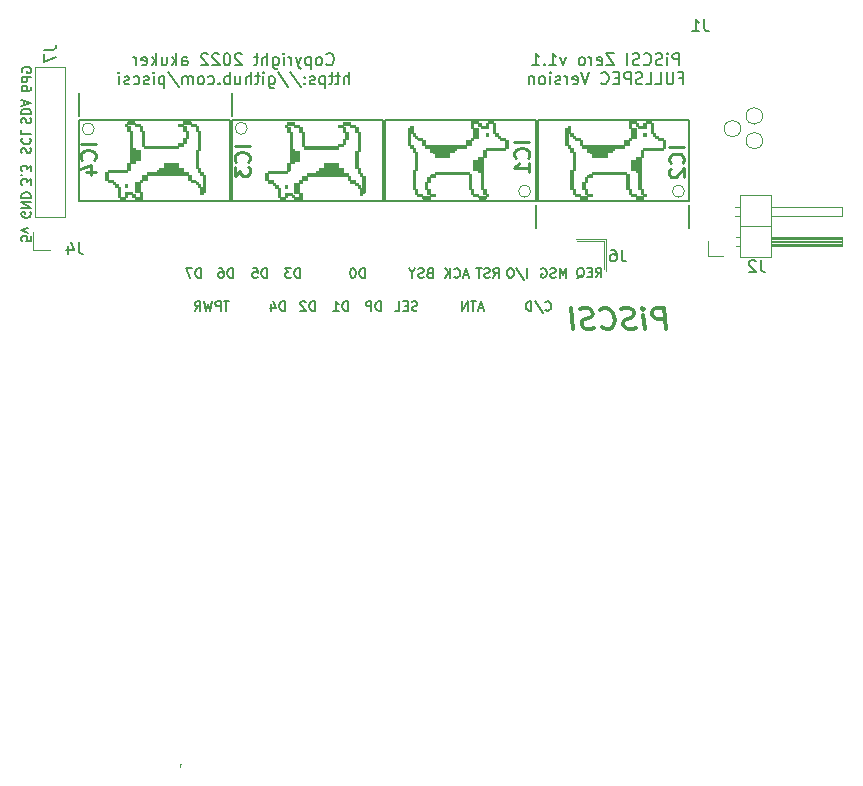
<source format=gbo>
G04 #@! TF.GenerationSoftware,KiCad,Pcbnew,(6.0.5-0)*
G04 #@! TF.CreationDate,2022-12-19T20:05:14-06:00*
G04 #@! TF.ProjectId,rascsi_zero,72617363-7369-45f7-9a65-726f2e6b6963,rev?*
G04 #@! TF.SameCoordinates,PX59d60c0PY325aa00*
G04 #@! TF.FileFunction,Legend,Bot*
G04 #@! TF.FilePolarity,Positive*
%FSLAX46Y46*%
G04 Gerber Fmt 4.6, Leading zero omitted, Abs format (unit mm)*
G04 Created by KiCad (PCBNEW (6.0.5-0)) date 2022-12-19 20:05:14*
%MOMM*%
%LPD*%
G01*
G04 APERTURE LIST*
%ADD10C,0.120000*%
%ADD11C,0.150000*%
%ADD12C,0.375000*%
%ADD13C,0.254000*%
%ADD14C,0.200000*%
%ADD15C,0.010000*%
%ADD16R,1.700000X1.700000*%
%ADD17O,1.700000X1.700000*%
%ADD18C,2.700000*%
%ADD19C,0.650000*%
%ADD20C,2.000000*%
%ADD21R,0.650000X1.950000*%
%ADD22C,1.545000*%
%ADD23C,4.845000*%
%ADD24C,1.000000*%
G04 APERTURE END LIST*
D10*
X130910000Y-11566000D02*
X128370000Y-11566000D01*
X130910000Y-14233000D02*
X130910000Y-11566000D01*
X130783000Y-11693000D02*
X128497000Y-11693000D01*
X130783000Y-14106000D02*
X130783000Y-11693000D01*
X94879500Y-55963000D02*
X94879500Y-56217000D01*
X94943000Y-55963000D02*
X94879500Y-55963000D01*
X87618953Y-2231500D02*
G75*
G03*
X87618953Y-2231500I-511953J0D01*
G01*
X124575953Y-7502000D02*
G75*
G03*
X124575953Y-7502000I-511953J0D01*
G01*
X137593453Y-7502000D02*
G75*
G03*
X137593453Y-7502000I-511953J0D01*
G01*
X82457000Y-10954000D02*
X82457000Y-12478000D01*
X100572953Y-2168000D02*
G75*
G03*
X100572953Y-2168000I-511953J0D01*
G01*
X85187500Y3000000D02*
X82584000Y3000000D01*
X82584000Y3000000D02*
X82584000Y-9684000D01*
X82457000Y-12478000D02*
X83854000Y-12478000D01*
X141556000Y-10927000D02*
X141556000Y-11054000D01*
X85187500Y-9684000D02*
X85187500Y3000000D01*
X82584000Y-9684000D02*
X85187500Y-9684000D01*
D11*
X81508000Y2555429D02*
X81469904Y2631620D01*
X81469904Y2745905D01*
X81508000Y2860191D01*
X81584190Y2936381D01*
X81660380Y2974477D01*
X81812761Y3012572D01*
X81927047Y3012572D01*
X82079428Y2974477D01*
X82155619Y2936381D01*
X82231809Y2860191D01*
X82269904Y2745905D01*
X82269904Y2669715D01*
X82231809Y2555429D01*
X82193714Y2517334D01*
X81927047Y2517334D01*
X81927047Y2669715D01*
X82269904Y2174477D02*
X81469904Y2174477D01*
X81469904Y1869715D01*
X81508000Y1793524D01*
X81546095Y1755429D01*
X81622285Y1717334D01*
X81736571Y1717334D01*
X81812761Y1755429D01*
X81850857Y1793524D01*
X81888952Y1869715D01*
X81888952Y2174477D01*
X82269904Y1336381D02*
X82269904Y1184000D01*
X82231809Y1107810D01*
X82193714Y1069715D01*
X82079428Y993524D01*
X81927047Y955429D01*
X81622285Y955429D01*
X81546095Y993524D01*
X81508000Y1031620D01*
X81469904Y1107810D01*
X81469904Y1260191D01*
X81508000Y1336381D01*
X81546095Y1374477D01*
X81622285Y1412572D01*
X81812761Y1412572D01*
X81888952Y1374477D01*
X81927047Y1336381D01*
X81965142Y1260191D01*
X81965142Y1107810D01*
X81927047Y1031620D01*
X81888952Y993524D01*
X81812761Y955429D01*
X82260095Y-6966095D02*
X82260095Y-6470857D01*
X81955333Y-6737523D01*
X81955333Y-6623238D01*
X81917238Y-6547047D01*
X81879142Y-6508952D01*
X81802952Y-6470857D01*
X81612476Y-6470857D01*
X81536285Y-6508952D01*
X81498190Y-6547047D01*
X81460095Y-6623238D01*
X81460095Y-6851809D01*
X81498190Y-6928000D01*
X81536285Y-6966095D01*
X81536285Y-6128000D02*
X81498190Y-6089904D01*
X81460095Y-6128000D01*
X81498190Y-6166095D01*
X81536285Y-6128000D01*
X81460095Y-6128000D01*
X82260095Y-5823238D02*
X82260095Y-5328000D01*
X81955333Y-5594666D01*
X81955333Y-5480380D01*
X81917238Y-5404190D01*
X81879142Y-5366095D01*
X81802952Y-5328000D01*
X81612476Y-5328000D01*
X81536285Y-5366095D01*
X81498190Y-5404190D01*
X81460095Y-5480380D01*
X81460095Y-5708952D01*
X81498190Y-5785142D01*
X81536285Y-5823238D01*
X82222000Y-9277523D02*
X82260095Y-9353714D01*
X82260095Y-9468000D01*
X82222000Y-9582285D01*
X82145809Y-9658476D01*
X82069619Y-9696571D01*
X81917238Y-9734666D01*
X81802952Y-9734666D01*
X81650571Y-9696571D01*
X81574380Y-9658476D01*
X81498190Y-9582285D01*
X81460095Y-9468000D01*
X81460095Y-9391809D01*
X81498190Y-9277523D01*
X81536285Y-9239428D01*
X81802952Y-9239428D01*
X81802952Y-9391809D01*
X81460095Y-8896571D02*
X82260095Y-8896571D01*
X81460095Y-8439428D01*
X82260095Y-8439428D01*
X81460095Y-8058476D02*
X82260095Y-8058476D01*
X82260095Y-7868000D01*
X82222000Y-7753714D01*
X82145809Y-7677523D01*
X82069619Y-7639428D01*
X81917238Y-7601333D01*
X81802952Y-7601333D01*
X81650571Y-7639428D01*
X81574380Y-7677523D01*
X81498190Y-7753714D01*
X81460095Y-7868000D01*
X81460095Y-8058476D01*
X82260095Y-11322285D02*
X82260095Y-11703238D01*
X81879142Y-11741333D01*
X81917238Y-11703238D01*
X81955333Y-11627047D01*
X81955333Y-11436571D01*
X81917238Y-11360380D01*
X81879142Y-11322285D01*
X81802952Y-11284190D01*
X81612476Y-11284190D01*
X81536285Y-11322285D01*
X81498190Y-11360380D01*
X81460095Y-11436571D01*
X81460095Y-11627047D01*
X81498190Y-11703238D01*
X81536285Y-11741333D01*
X81993428Y-11017523D02*
X81460095Y-10827047D01*
X81993428Y-10636571D01*
D12*
X136059267Y-19150285D02*
X135834267Y-17350285D01*
X135148553Y-17350285D01*
X134987839Y-17436000D01*
X134912839Y-17521714D01*
X134848553Y-17693142D01*
X134880696Y-17950285D01*
X134987839Y-18121714D01*
X135084267Y-18207428D01*
X135266410Y-18293142D01*
X135952125Y-18293142D01*
X134259267Y-19150285D02*
X134109267Y-17950285D01*
X134034267Y-17350285D02*
X134130696Y-17436000D01*
X134055696Y-17521714D01*
X133959267Y-17436000D01*
X134034267Y-17350285D01*
X134055696Y-17521714D01*
X133477125Y-19064571D02*
X133230696Y-19150285D01*
X132802125Y-19150285D01*
X132619982Y-19064571D01*
X132523553Y-18978857D01*
X132416410Y-18807428D01*
X132394982Y-18636000D01*
X132459267Y-18464571D01*
X132534267Y-18378857D01*
X132694982Y-18293142D01*
X133027125Y-18207428D01*
X133187839Y-18121714D01*
X133262839Y-18036000D01*
X133327125Y-17864571D01*
X133305696Y-17693142D01*
X133198553Y-17521714D01*
X133102125Y-17436000D01*
X132919982Y-17350285D01*
X132491410Y-17350285D01*
X132244982Y-17436000D01*
X130637839Y-18978857D02*
X130734267Y-19064571D01*
X131002125Y-19150285D01*
X131173553Y-19150285D01*
X131419982Y-19064571D01*
X131569982Y-18893142D01*
X131634267Y-18721714D01*
X131677125Y-18378857D01*
X131644982Y-18121714D01*
X131516410Y-17778857D01*
X131409267Y-17607428D01*
X131216410Y-17436000D01*
X130948553Y-17350285D01*
X130777125Y-17350285D01*
X130530696Y-17436000D01*
X130455696Y-17521714D01*
X129962839Y-19064571D02*
X129716410Y-19150285D01*
X129287839Y-19150285D01*
X129105696Y-19064571D01*
X129009267Y-18978857D01*
X128902125Y-18807428D01*
X128880696Y-18636000D01*
X128944982Y-18464571D01*
X129019982Y-18378857D01*
X129180696Y-18293142D01*
X129512839Y-18207428D01*
X129673553Y-18121714D01*
X129748553Y-18036000D01*
X129812839Y-17864571D01*
X129791410Y-17693142D01*
X129684267Y-17521714D01*
X129587839Y-17436000D01*
X129405696Y-17350285D01*
X128977125Y-17350285D01*
X128730696Y-17436000D01*
X128173553Y-19150285D02*
X127948553Y-17350285D01*
D11*
X139263333Y7037620D02*
X139263333Y6323334D01*
X139310952Y6180477D01*
X139406190Y6085239D01*
X139549047Y6037620D01*
X139644285Y6037620D01*
X138263333Y6037620D02*
X138834761Y6037620D01*
X138549047Y6037620D02*
X138549047Y7037620D01*
X138644285Y6894762D01*
X138739523Y6799524D01*
X138834761Y6751905D01*
X130093333Y-14798904D02*
X130360000Y-14417952D01*
X130550476Y-14798904D02*
X130550476Y-13998904D01*
X130245714Y-13998904D01*
X130169523Y-14037000D01*
X130131428Y-14075095D01*
X130093333Y-14151285D01*
X130093333Y-14265571D01*
X130131428Y-14341761D01*
X130169523Y-14379857D01*
X130245714Y-14417952D01*
X130550476Y-14417952D01*
X129750476Y-14379857D02*
X129483809Y-14379857D01*
X129369523Y-14798904D02*
X129750476Y-14798904D01*
X129750476Y-13998904D01*
X129369523Y-13998904D01*
X128493333Y-14875095D02*
X128569523Y-14837000D01*
X128645714Y-14760809D01*
X128760000Y-14646523D01*
X128836190Y-14608428D01*
X128912380Y-14608428D01*
X128874285Y-14798904D02*
X128950476Y-14760809D01*
X129026666Y-14684619D01*
X129064761Y-14532238D01*
X129064761Y-14265571D01*
X129026666Y-14113190D01*
X128950476Y-14037000D01*
X128874285Y-13998904D01*
X128721904Y-13998904D01*
X128645714Y-14037000D01*
X128569523Y-14113190D01*
X128531428Y-14265571D01*
X128531428Y-14532238D01*
X128569523Y-14684619D01*
X128645714Y-14760809D01*
X128721904Y-14798904D01*
X128874285Y-14798904D01*
X96622476Y-14833904D02*
X96622476Y-14033904D01*
X96432000Y-14033904D01*
X96317714Y-14072000D01*
X96241523Y-14148190D01*
X96203428Y-14224380D01*
X96165333Y-14376761D01*
X96165333Y-14491047D01*
X96203428Y-14643428D01*
X96241523Y-14719619D01*
X96317714Y-14795809D01*
X96432000Y-14833904D01*
X96622476Y-14833904D01*
X95898666Y-14033904D02*
X95365333Y-14033904D01*
X95708190Y-14833904D01*
X111881523Y-17627904D02*
X111881523Y-16827904D01*
X111691047Y-16827904D01*
X111576761Y-16866000D01*
X111500571Y-16942190D01*
X111462476Y-17018380D01*
X111424380Y-17170761D01*
X111424380Y-17285047D01*
X111462476Y-17437428D01*
X111500571Y-17513619D01*
X111576761Y-17589809D01*
X111691047Y-17627904D01*
X111881523Y-17627904D01*
X111081523Y-17627904D02*
X111081523Y-16827904D01*
X110776761Y-16827904D01*
X110700571Y-16866000D01*
X110662476Y-16904095D01*
X110624380Y-16980285D01*
X110624380Y-17094571D01*
X110662476Y-17170761D01*
X110700571Y-17208857D01*
X110776761Y-17246952D01*
X111081523Y-17246952D01*
X120568285Y-17399333D02*
X120187333Y-17399333D01*
X120644476Y-17627904D02*
X120377809Y-16827904D01*
X120111142Y-17627904D01*
X119958761Y-16827904D02*
X119501619Y-16827904D01*
X119730190Y-17627904D02*
X119730190Y-16827904D01*
X119234952Y-17627904D02*
X119234952Y-16827904D01*
X118777809Y-17627904D01*
X118777809Y-16827904D01*
X119288476Y-14608429D02*
X118907523Y-14608429D01*
X119364666Y-14837000D02*
X119098000Y-14037000D01*
X118831333Y-14837000D01*
X118107523Y-14760810D02*
X118145619Y-14798905D01*
X118259904Y-14837000D01*
X118336095Y-14837000D01*
X118450380Y-14798905D01*
X118526571Y-14722715D01*
X118564666Y-14646524D01*
X118602761Y-14494143D01*
X118602761Y-14379857D01*
X118564666Y-14227476D01*
X118526571Y-14151286D01*
X118450380Y-14075096D01*
X118336095Y-14037000D01*
X118259904Y-14037000D01*
X118145619Y-14075096D01*
X118107523Y-14113191D01*
X117764666Y-14837000D02*
X117764666Y-14037000D01*
X117307523Y-14837000D02*
X117650380Y-14379857D01*
X117307523Y-14037000D02*
X117764666Y-14494143D01*
X125813428Y-17551714D02*
X125851523Y-17589809D01*
X125965809Y-17627904D01*
X126042000Y-17627904D01*
X126156285Y-17589809D01*
X126232476Y-17513619D01*
X126270571Y-17437428D01*
X126308666Y-17285047D01*
X126308666Y-17170761D01*
X126270571Y-17018380D01*
X126232476Y-16942190D01*
X126156285Y-16866000D01*
X126042000Y-16827904D01*
X125965809Y-16827904D01*
X125851523Y-16866000D01*
X125813428Y-16904095D01*
X124899142Y-16789809D02*
X125584857Y-17818380D01*
X124632476Y-17627904D02*
X124632476Y-16827904D01*
X124442000Y-16827904D01*
X124327714Y-16866000D01*
X124251523Y-16942190D01*
X124213428Y-17018380D01*
X124175333Y-17170761D01*
X124175333Y-17285047D01*
X124213428Y-17437428D01*
X124251523Y-17513619D01*
X124327714Y-17589809D01*
X124442000Y-17627904D01*
X124632476Y-17627904D01*
X105004476Y-14833904D02*
X105004476Y-14033904D01*
X104814000Y-14033904D01*
X104699714Y-14072000D01*
X104623523Y-14148190D01*
X104585428Y-14224380D01*
X104547333Y-14376761D01*
X104547333Y-14491047D01*
X104585428Y-14643428D01*
X104623523Y-14719619D01*
X104699714Y-14795809D01*
X104814000Y-14833904D01*
X105004476Y-14833904D01*
X104280666Y-14033904D02*
X103785428Y-14033904D01*
X104052095Y-14338666D01*
X103937809Y-14338666D01*
X103861619Y-14376761D01*
X103823523Y-14414857D01*
X103785428Y-14491047D01*
X103785428Y-14681523D01*
X103823523Y-14757714D01*
X103861619Y-14795809D01*
X103937809Y-14833904D01*
X104166380Y-14833904D01*
X104242571Y-14795809D01*
X104280666Y-14757714D01*
X99041714Y-16827904D02*
X98584571Y-16827904D01*
X98813142Y-17627904D02*
X98813142Y-16827904D01*
X98317904Y-17627904D02*
X98317904Y-16827904D01*
X98013142Y-16827904D01*
X97936952Y-16866000D01*
X97898857Y-16904095D01*
X97860761Y-16980285D01*
X97860761Y-17094571D01*
X97898857Y-17170761D01*
X97936952Y-17208857D01*
X98013142Y-17246952D01*
X98317904Y-17246952D01*
X97594095Y-16827904D02*
X97403619Y-17627904D01*
X97251238Y-17056476D01*
X97098857Y-17627904D01*
X96908380Y-16827904D01*
X96146476Y-17627904D02*
X96413142Y-17246952D01*
X96603619Y-17627904D02*
X96603619Y-16827904D01*
X96298857Y-16827904D01*
X96222666Y-16866000D01*
X96184571Y-16904095D01*
X96146476Y-16980285D01*
X96146476Y-17094571D01*
X96184571Y-17170761D01*
X96222666Y-17208857D01*
X96298857Y-17246952D01*
X96603619Y-17246952D01*
X127559619Y-14833904D02*
X127559619Y-14033904D01*
X127292952Y-14605333D01*
X127026285Y-14033904D01*
X127026285Y-14833904D01*
X126683428Y-14795809D02*
X126569142Y-14833904D01*
X126378666Y-14833904D01*
X126302476Y-14795809D01*
X126264380Y-14757714D01*
X126226285Y-14681523D01*
X126226285Y-14605333D01*
X126264380Y-14529142D01*
X126302476Y-14491047D01*
X126378666Y-14452952D01*
X126531047Y-14414857D01*
X126607238Y-14376761D01*
X126645333Y-14338666D01*
X126683428Y-14262476D01*
X126683428Y-14186285D01*
X126645333Y-14110095D01*
X126607238Y-14072000D01*
X126531047Y-14033904D01*
X126340571Y-14033904D01*
X126226285Y-14072000D01*
X125464380Y-14072000D02*
X125540571Y-14033904D01*
X125654857Y-14033904D01*
X125769142Y-14072000D01*
X125845333Y-14148190D01*
X125883428Y-14224380D01*
X125921523Y-14376761D01*
X125921523Y-14491047D01*
X125883428Y-14643428D01*
X125845333Y-14719619D01*
X125769142Y-14795809D01*
X125654857Y-14833904D01*
X125578666Y-14833904D01*
X125464380Y-14795809D01*
X125426285Y-14757714D01*
X125426285Y-14491047D01*
X125578666Y-14491047D01*
X106274476Y-17627904D02*
X106274476Y-16827904D01*
X106084000Y-16827904D01*
X105969714Y-16866000D01*
X105893523Y-16942190D01*
X105855428Y-17018380D01*
X105817333Y-17170761D01*
X105817333Y-17285047D01*
X105855428Y-17437428D01*
X105893523Y-17513619D01*
X105969714Y-17589809D01*
X106084000Y-17627904D01*
X106274476Y-17627904D01*
X105512571Y-16904095D02*
X105474476Y-16866000D01*
X105398285Y-16827904D01*
X105207809Y-16827904D01*
X105131619Y-16866000D01*
X105093523Y-16904095D01*
X105055428Y-16980285D01*
X105055428Y-17056476D01*
X105093523Y-17170761D01*
X105550666Y-17627904D01*
X105055428Y-17627904D01*
X103734476Y-17627904D02*
X103734476Y-16827904D01*
X103544000Y-16827904D01*
X103429714Y-16866000D01*
X103353523Y-16942190D01*
X103315428Y-17018380D01*
X103277333Y-17170761D01*
X103277333Y-17285047D01*
X103315428Y-17437428D01*
X103353523Y-17513619D01*
X103429714Y-17589809D01*
X103544000Y-17627904D01*
X103734476Y-17627904D01*
X102591619Y-17094571D02*
X102591619Y-17627904D01*
X102782095Y-16789809D02*
X102972571Y-17361238D01*
X102477333Y-17361238D01*
X109068476Y-17627904D02*
X109068476Y-16827904D01*
X108878000Y-16827904D01*
X108763714Y-16866000D01*
X108687523Y-16942190D01*
X108649428Y-17018380D01*
X108611333Y-17170761D01*
X108611333Y-17285047D01*
X108649428Y-17437428D01*
X108687523Y-17513619D01*
X108763714Y-17589809D01*
X108878000Y-17627904D01*
X109068476Y-17627904D01*
X107849428Y-17627904D02*
X108306571Y-17627904D01*
X108078000Y-17627904D02*
X108078000Y-16827904D01*
X108154190Y-16942190D01*
X108230380Y-17018380D01*
X108306571Y-17056476D01*
X99330476Y-14833904D02*
X99330476Y-14033904D01*
X99140000Y-14033904D01*
X99025714Y-14072000D01*
X98949523Y-14148190D01*
X98911428Y-14224380D01*
X98873333Y-14376761D01*
X98873333Y-14491047D01*
X98911428Y-14643428D01*
X98949523Y-14719619D01*
X99025714Y-14795809D01*
X99140000Y-14833904D01*
X99330476Y-14833904D01*
X98187619Y-14033904D02*
X98340000Y-14033904D01*
X98416190Y-14072000D01*
X98454285Y-14110095D01*
X98530476Y-14224380D01*
X98568571Y-14376761D01*
X98568571Y-14681523D01*
X98530476Y-14757714D01*
X98492380Y-14795809D01*
X98416190Y-14833904D01*
X98263809Y-14833904D01*
X98187619Y-14795809D01*
X98149523Y-14757714D01*
X98111428Y-14681523D01*
X98111428Y-14491047D01*
X98149523Y-14414857D01*
X98187619Y-14376761D01*
X98263809Y-14338666D01*
X98416190Y-14338666D01*
X98492380Y-14376761D01*
X98530476Y-14414857D01*
X98568571Y-14491047D01*
X116002666Y-14414857D02*
X115888380Y-14452952D01*
X115850285Y-14491047D01*
X115812190Y-14567238D01*
X115812190Y-14681523D01*
X115850285Y-14757714D01*
X115888380Y-14795809D01*
X115964571Y-14833904D01*
X116269333Y-14833904D01*
X116269333Y-14033904D01*
X116002666Y-14033904D01*
X115926476Y-14072000D01*
X115888380Y-14110095D01*
X115850285Y-14186285D01*
X115850285Y-14262476D01*
X115888380Y-14338666D01*
X115926476Y-14376761D01*
X116002666Y-14414857D01*
X116269333Y-14414857D01*
X115507428Y-14795809D02*
X115393142Y-14833904D01*
X115202666Y-14833904D01*
X115126476Y-14795809D01*
X115088380Y-14757714D01*
X115050285Y-14681523D01*
X115050285Y-14605333D01*
X115088380Y-14529142D01*
X115126476Y-14491047D01*
X115202666Y-14452952D01*
X115355047Y-14414857D01*
X115431238Y-14376761D01*
X115469333Y-14338666D01*
X115507428Y-14262476D01*
X115507428Y-14186285D01*
X115469333Y-14110095D01*
X115431238Y-14072000D01*
X115355047Y-14033904D01*
X115164571Y-14033904D01*
X115050285Y-14072000D01*
X114555047Y-14452952D02*
X114555047Y-14833904D01*
X114821714Y-14033904D02*
X114555047Y-14452952D01*
X114288380Y-14033904D01*
X102210476Y-14833904D02*
X102210476Y-14033904D01*
X102020000Y-14033904D01*
X101905714Y-14072000D01*
X101829523Y-14148190D01*
X101791428Y-14224380D01*
X101753333Y-14376761D01*
X101753333Y-14491047D01*
X101791428Y-14643428D01*
X101829523Y-14719619D01*
X101905714Y-14795809D01*
X102020000Y-14833904D01*
X102210476Y-14833904D01*
X101029523Y-14033904D02*
X101410476Y-14033904D01*
X101448571Y-14414857D01*
X101410476Y-14376761D01*
X101334285Y-14338666D01*
X101143809Y-14338666D01*
X101067619Y-14376761D01*
X101029523Y-14414857D01*
X100991428Y-14491047D01*
X100991428Y-14681523D01*
X101029523Y-14757714D01*
X101067619Y-14795809D01*
X101143809Y-14833904D01*
X101334285Y-14833904D01*
X101410476Y-14795809D01*
X101448571Y-14757714D01*
X110506476Y-14833904D02*
X110506476Y-14033904D01*
X110316000Y-14033904D01*
X110201714Y-14072000D01*
X110125523Y-14148190D01*
X110087428Y-14224380D01*
X110049333Y-14376761D01*
X110049333Y-14491047D01*
X110087428Y-14643428D01*
X110125523Y-14719619D01*
X110201714Y-14795809D01*
X110316000Y-14833904D01*
X110506476Y-14833904D01*
X109554095Y-14033904D02*
X109477904Y-14033904D01*
X109401714Y-14072000D01*
X109363619Y-14110095D01*
X109325523Y-14186285D01*
X109287428Y-14338666D01*
X109287428Y-14529142D01*
X109325523Y-14681523D01*
X109363619Y-14757714D01*
X109401714Y-14795809D01*
X109477904Y-14833904D01*
X109554095Y-14833904D01*
X109630285Y-14795809D01*
X109668380Y-14757714D01*
X109706476Y-14681523D01*
X109744571Y-14529142D01*
X109744571Y-14338666D01*
X109706476Y-14186285D01*
X109668380Y-14110095D01*
X109630285Y-14072000D01*
X109554095Y-14033904D01*
X114980285Y-17589809D02*
X114866000Y-17627904D01*
X114675523Y-17627904D01*
X114599333Y-17589809D01*
X114561238Y-17551714D01*
X114523142Y-17475523D01*
X114523142Y-17399333D01*
X114561238Y-17323142D01*
X114599333Y-17285047D01*
X114675523Y-17246952D01*
X114827904Y-17208857D01*
X114904095Y-17170761D01*
X114942190Y-17132666D01*
X114980285Y-17056476D01*
X114980285Y-16980285D01*
X114942190Y-16904095D01*
X114904095Y-16866000D01*
X114827904Y-16827904D01*
X114637428Y-16827904D01*
X114523142Y-16866000D01*
X114180285Y-17208857D02*
X113913619Y-17208857D01*
X113799333Y-17627904D02*
X114180285Y-17627904D01*
X114180285Y-16827904D01*
X113799333Y-16827904D01*
X113075523Y-17627904D02*
X113456476Y-17627904D01*
X113456476Y-16827904D01*
X121403095Y-14833904D02*
X121669761Y-14452952D01*
X121860238Y-14833904D02*
X121860238Y-14033904D01*
X121555476Y-14033904D01*
X121479285Y-14072000D01*
X121441190Y-14110095D01*
X121403095Y-14186285D01*
X121403095Y-14300571D01*
X121441190Y-14376761D01*
X121479285Y-14414857D01*
X121555476Y-14452952D01*
X121860238Y-14452952D01*
X121098333Y-14795809D02*
X120984047Y-14833904D01*
X120793571Y-14833904D01*
X120717380Y-14795809D01*
X120679285Y-14757714D01*
X120641190Y-14681523D01*
X120641190Y-14605333D01*
X120679285Y-14529142D01*
X120717380Y-14491047D01*
X120793571Y-14452952D01*
X120945952Y-14414857D01*
X121022142Y-14376761D01*
X121060238Y-14338666D01*
X121098333Y-14262476D01*
X121098333Y-14186285D01*
X121060238Y-14110095D01*
X121022142Y-14072000D01*
X120945952Y-14033904D01*
X120755476Y-14033904D01*
X120641190Y-14072000D01*
X120412619Y-14033904D02*
X119955476Y-14033904D01*
X120184047Y-14833904D02*
X120184047Y-14033904D01*
X124302095Y-14833904D02*
X124302095Y-14033904D01*
X123349714Y-13995809D02*
X124035428Y-15024380D01*
X122930666Y-14033904D02*
X122778285Y-14033904D01*
X122702095Y-14072000D01*
X122625904Y-14148190D01*
X122587809Y-14300571D01*
X122587809Y-14567238D01*
X122625904Y-14719619D01*
X122702095Y-14795809D01*
X122778285Y-14833904D01*
X122930666Y-14833904D01*
X123006857Y-14795809D01*
X123083047Y-14719619D01*
X123121142Y-14567238D01*
X123121142Y-14300571D01*
X123083047Y-14148190D01*
X123006857Y-14072000D01*
X122930666Y-14033904D01*
X132279333Y-12454380D02*
X132279333Y-13168666D01*
X132326952Y-13311523D01*
X132422190Y-13406761D01*
X132565047Y-13454380D01*
X132660285Y-13454380D01*
X131374571Y-12454380D02*
X131565047Y-12454380D01*
X131660285Y-12502000D01*
X131707904Y-12549619D01*
X131803142Y-12692476D01*
X131850761Y-12882952D01*
X131850761Y-13263904D01*
X131803142Y-13359142D01*
X131755523Y-13406761D01*
X131660285Y-13454380D01*
X131469809Y-13454380D01*
X131374571Y-13406761D01*
X131326952Y-13359142D01*
X131279333Y-13263904D01*
X131279333Y-13025809D01*
X131326952Y-12930571D01*
X131374571Y-12882952D01*
X131469809Y-12835333D01*
X131660285Y-12835333D01*
X131755523Y-12882952D01*
X131803142Y-12930571D01*
X131850761Y-13025809D01*
X81498190Y-4286380D02*
X81460095Y-4172095D01*
X81460095Y-3981619D01*
X81498190Y-3905428D01*
X81536285Y-3867333D01*
X81612476Y-3829238D01*
X81688666Y-3829238D01*
X81764857Y-3867333D01*
X81802952Y-3905428D01*
X81841047Y-3981619D01*
X81879142Y-4134000D01*
X81917238Y-4210190D01*
X81955333Y-4248285D01*
X82031523Y-4286380D01*
X82107714Y-4286380D01*
X82183904Y-4248285D01*
X82222000Y-4210190D01*
X82260095Y-4134000D01*
X82260095Y-3943523D01*
X82222000Y-3829238D01*
X81536285Y-3029238D02*
X81498190Y-3067333D01*
X81460095Y-3181619D01*
X81460095Y-3257809D01*
X81498190Y-3372095D01*
X81574380Y-3448285D01*
X81650571Y-3486380D01*
X81802952Y-3524476D01*
X81917238Y-3524476D01*
X82069619Y-3486380D01*
X82145809Y-3448285D01*
X82222000Y-3372095D01*
X82260095Y-3257809D01*
X82260095Y-3181619D01*
X82222000Y-3067333D01*
X82183904Y-3029238D01*
X81460095Y-2305428D02*
X81460095Y-2686380D01*
X82260095Y-2686380D01*
X81498190Y-1765428D02*
X81460095Y-1651142D01*
X81460095Y-1460666D01*
X81498190Y-1384476D01*
X81536285Y-1346380D01*
X81612476Y-1308285D01*
X81688666Y-1308285D01*
X81764857Y-1346380D01*
X81802952Y-1384476D01*
X81841047Y-1460666D01*
X81879142Y-1613047D01*
X81917238Y-1689238D01*
X81955333Y-1727333D01*
X82031523Y-1765428D01*
X82107714Y-1765428D01*
X82183904Y-1727333D01*
X82222000Y-1689238D01*
X82260095Y-1613047D01*
X82260095Y-1422571D01*
X82222000Y-1308285D01*
X81460095Y-965428D02*
X82260095Y-965428D01*
X82260095Y-774952D01*
X82222000Y-660666D01*
X82145809Y-584476D01*
X82069619Y-546380D01*
X81917238Y-508285D01*
X81802952Y-508285D01*
X81650571Y-546380D01*
X81574380Y-584476D01*
X81498190Y-660666D01*
X81460095Y-774952D01*
X81460095Y-965428D01*
X81688666Y-203523D02*
X81688666Y177429D01*
X81460095Y-279714D02*
X82260095Y-13047D01*
X81460095Y253620D01*
X137150476Y3172620D02*
X137150476Y4172620D01*
X136769523Y4172620D01*
X136674285Y4125000D01*
X136626666Y4077381D01*
X136579047Y3982143D01*
X136579047Y3839286D01*
X136626666Y3744048D01*
X136674285Y3696429D01*
X136769523Y3648810D01*
X137150476Y3648810D01*
X136150476Y3172620D02*
X136150476Y3839286D01*
X136150476Y4172620D02*
X136198095Y4125000D01*
X136150476Y4077381D01*
X136102857Y4125000D01*
X136150476Y4172620D01*
X136150476Y4077381D01*
X135721904Y3220239D02*
X135579047Y3172620D01*
X135340952Y3172620D01*
X135245714Y3220239D01*
X135198095Y3267858D01*
X135150476Y3363096D01*
X135150476Y3458334D01*
X135198095Y3553572D01*
X135245714Y3601191D01*
X135340952Y3648810D01*
X135531428Y3696429D01*
X135626666Y3744048D01*
X135674285Y3791667D01*
X135721904Y3886905D01*
X135721904Y3982143D01*
X135674285Y4077381D01*
X135626666Y4125000D01*
X135531428Y4172620D01*
X135293333Y4172620D01*
X135150476Y4125000D01*
X134150476Y3267858D02*
X134198095Y3220239D01*
X134340952Y3172620D01*
X134436190Y3172620D01*
X134579047Y3220239D01*
X134674285Y3315477D01*
X134721904Y3410715D01*
X134769523Y3601191D01*
X134769523Y3744048D01*
X134721904Y3934524D01*
X134674285Y4029762D01*
X134579047Y4125000D01*
X134436190Y4172620D01*
X134340952Y4172620D01*
X134198095Y4125000D01*
X134150476Y4077381D01*
X133769523Y3220239D02*
X133626666Y3172620D01*
X133388571Y3172620D01*
X133293333Y3220239D01*
X133245714Y3267858D01*
X133198095Y3363096D01*
X133198095Y3458334D01*
X133245714Y3553572D01*
X133293333Y3601191D01*
X133388571Y3648810D01*
X133579047Y3696429D01*
X133674285Y3744048D01*
X133721904Y3791667D01*
X133769523Y3886905D01*
X133769523Y3982143D01*
X133721904Y4077381D01*
X133674285Y4125000D01*
X133579047Y4172620D01*
X133340952Y4172620D01*
X133198095Y4125000D01*
X132769523Y3172620D02*
X132769523Y4172620D01*
X131626666Y4172620D02*
X130960000Y4172620D01*
X131626666Y3172620D01*
X130960000Y3172620D01*
X130198095Y3220239D02*
X130293333Y3172620D01*
X130483809Y3172620D01*
X130579047Y3220239D01*
X130626666Y3315477D01*
X130626666Y3696429D01*
X130579047Y3791667D01*
X130483809Y3839286D01*
X130293333Y3839286D01*
X130198095Y3791667D01*
X130150476Y3696429D01*
X130150476Y3601191D01*
X130626666Y3505953D01*
X129721904Y3172620D02*
X129721904Y3839286D01*
X129721904Y3648810D02*
X129674285Y3744048D01*
X129626666Y3791667D01*
X129531428Y3839286D01*
X129436190Y3839286D01*
X128960000Y3172620D02*
X129055238Y3220239D01*
X129102857Y3267858D01*
X129150476Y3363096D01*
X129150476Y3648810D01*
X129102857Y3744048D01*
X129055238Y3791667D01*
X128960000Y3839286D01*
X128817142Y3839286D01*
X128721904Y3791667D01*
X128674285Y3744048D01*
X128626666Y3648810D01*
X128626666Y3363096D01*
X128674285Y3267858D01*
X128721904Y3220239D01*
X128817142Y3172620D01*
X128960000Y3172620D01*
X127531428Y3839286D02*
X127293333Y3172620D01*
X127055238Y3839286D01*
X126150476Y3172620D02*
X126721904Y3172620D01*
X126436190Y3172620D02*
X126436190Y4172620D01*
X126531428Y4029762D01*
X126626666Y3934524D01*
X126721904Y3886905D01*
X125721904Y3267858D02*
X125674285Y3220239D01*
X125721904Y3172620D01*
X125769523Y3220239D01*
X125721904Y3267858D01*
X125721904Y3172620D01*
X124721904Y3172620D02*
X125293333Y3172620D01*
X125007619Y3172620D02*
X125007619Y4172620D01*
X125102857Y4029762D01*
X125198095Y3934524D01*
X125293333Y3886905D01*
X137174285Y2086429D02*
X137507619Y2086429D01*
X137507619Y1562620D02*
X137507619Y2562620D01*
X137031428Y2562620D01*
X136650476Y2562620D02*
X136650476Y1753096D01*
X136602857Y1657858D01*
X136555238Y1610239D01*
X136460000Y1562620D01*
X136269523Y1562620D01*
X136174285Y1610239D01*
X136126666Y1657858D01*
X136079047Y1753096D01*
X136079047Y2562620D01*
X135126666Y1562620D02*
X135602857Y1562620D01*
X135602857Y2562620D01*
X134317142Y1562620D02*
X134793333Y1562620D01*
X134793333Y2562620D01*
X134031428Y1610239D02*
X133888571Y1562620D01*
X133650476Y1562620D01*
X133555238Y1610239D01*
X133507619Y1657858D01*
X133460000Y1753096D01*
X133460000Y1848334D01*
X133507619Y1943572D01*
X133555238Y1991191D01*
X133650476Y2038810D01*
X133840952Y2086429D01*
X133936190Y2134048D01*
X133983809Y2181667D01*
X134031428Y2276905D01*
X134031428Y2372143D01*
X133983809Y2467381D01*
X133936190Y2515000D01*
X133840952Y2562620D01*
X133602857Y2562620D01*
X133460000Y2515000D01*
X133031428Y1562620D02*
X133031428Y2562620D01*
X132650476Y2562620D01*
X132555238Y2515000D01*
X132507619Y2467381D01*
X132460000Y2372143D01*
X132460000Y2229286D01*
X132507619Y2134048D01*
X132555238Y2086429D01*
X132650476Y2038810D01*
X133031428Y2038810D01*
X132031428Y2086429D02*
X131698095Y2086429D01*
X131555238Y1562620D02*
X132031428Y1562620D01*
X132031428Y2562620D01*
X131555238Y2562620D01*
X130555238Y1657858D02*
X130602857Y1610239D01*
X130745714Y1562620D01*
X130840952Y1562620D01*
X130983809Y1610239D01*
X131079047Y1705477D01*
X131126666Y1800715D01*
X131174285Y1991191D01*
X131174285Y2134048D01*
X131126666Y2324524D01*
X131079047Y2419762D01*
X130983809Y2515000D01*
X130840952Y2562620D01*
X130745714Y2562620D01*
X130602857Y2515000D01*
X130555238Y2467381D01*
X129507619Y2562620D02*
X129174285Y1562620D01*
X128840952Y2562620D01*
X128126666Y1610239D02*
X128221904Y1562620D01*
X128412380Y1562620D01*
X128507619Y1610239D01*
X128555238Y1705477D01*
X128555238Y2086429D01*
X128507619Y2181667D01*
X128412380Y2229286D01*
X128221904Y2229286D01*
X128126666Y2181667D01*
X128079047Y2086429D01*
X128079047Y1991191D01*
X128555238Y1895953D01*
X127650476Y1562620D02*
X127650476Y2229286D01*
X127650476Y2038810D02*
X127602857Y2134048D01*
X127555238Y2181667D01*
X127460000Y2229286D01*
X127364761Y2229286D01*
X127079047Y1610239D02*
X126983809Y1562620D01*
X126793333Y1562620D01*
X126698095Y1610239D01*
X126650476Y1705477D01*
X126650476Y1753096D01*
X126698095Y1848334D01*
X126793333Y1895953D01*
X126936190Y1895953D01*
X127031428Y1943572D01*
X127079047Y2038810D01*
X127079047Y2086429D01*
X127031428Y2181667D01*
X126936190Y2229286D01*
X126793333Y2229286D01*
X126698095Y2181667D01*
X126221904Y1562620D02*
X126221904Y2229286D01*
X126221904Y2562620D02*
X126269523Y2515000D01*
X126221904Y2467381D01*
X126174285Y2515000D01*
X126221904Y2562620D01*
X126221904Y2467381D01*
X125602857Y1562620D02*
X125698095Y1610239D01*
X125745714Y1657858D01*
X125793333Y1753096D01*
X125793333Y2038810D01*
X125745714Y2134048D01*
X125698095Y2181667D01*
X125602857Y2229286D01*
X125460000Y2229286D01*
X125364761Y2181667D01*
X125317142Y2134048D01*
X125269523Y2038810D01*
X125269523Y1753096D01*
X125317142Y1657858D01*
X125364761Y1610239D01*
X125460000Y1562620D01*
X125602857Y1562620D01*
X124840952Y2229286D02*
X124840952Y1562620D01*
X124840952Y2134048D02*
X124793333Y2181667D01*
X124698095Y2229286D01*
X124555238Y2229286D01*
X124460000Y2181667D01*
X124412380Y2086429D01*
X124412380Y1562620D01*
X86305333Y-11819380D02*
X86305333Y-12533666D01*
X86352952Y-12676523D01*
X86448190Y-12771761D01*
X86591047Y-12819380D01*
X86686285Y-12819380D01*
X85400571Y-12152714D02*
X85400571Y-12819380D01*
X85638666Y-11771761D02*
X85876761Y-12486047D01*
X85257714Y-12486047D01*
X83392380Y4453334D02*
X84106666Y4453334D01*
X84249523Y4500953D01*
X84344761Y4596191D01*
X84392380Y4739048D01*
X84392380Y4834286D01*
X83392380Y4072381D02*
X83392380Y3405715D01*
X84392380Y3834286D01*
X107283333Y3267858D02*
X107330952Y3220239D01*
X107473809Y3172620D01*
X107569047Y3172620D01*
X107711904Y3220239D01*
X107807142Y3315477D01*
X107854761Y3410715D01*
X107902380Y3601191D01*
X107902380Y3744048D01*
X107854761Y3934524D01*
X107807142Y4029762D01*
X107711904Y4125000D01*
X107569047Y4172620D01*
X107473809Y4172620D01*
X107330952Y4125000D01*
X107283333Y4077381D01*
X106711904Y3172620D02*
X106807142Y3220239D01*
X106854761Y3267858D01*
X106902380Y3363096D01*
X106902380Y3648810D01*
X106854761Y3744048D01*
X106807142Y3791667D01*
X106711904Y3839286D01*
X106569047Y3839286D01*
X106473809Y3791667D01*
X106426190Y3744048D01*
X106378571Y3648810D01*
X106378571Y3363096D01*
X106426190Y3267858D01*
X106473809Y3220239D01*
X106569047Y3172620D01*
X106711904Y3172620D01*
X105950000Y3839286D02*
X105950000Y2839286D01*
X105950000Y3791667D02*
X105854761Y3839286D01*
X105664285Y3839286D01*
X105569047Y3791667D01*
X105521428Y3744048D01*
X105473809Y3648810D01*
X105473809Y3363096D01*
X105521428Y3267858D01*
X105569047Y3220239D01*
X105664285Y3172620D01*
X105854761Y3172620D01*
X105950000Y3220239D01*
X105140476Y3839286D02*
X104902380Y3172620D01*
X104664285Y3839286D02*
X104902380Y3172620D01*
X104997619Y2934524D01*
X105045238Y2886905D01*
X105140476Y2839286D01*
X104283333Y3172620D02*
X104283333Y3839286D01*
X104283333Y3648810D02*
X104235714Y3744048D01*
X104188095Y3791667D01*
X104092857Y3839286D01*
X103997619Y3839286D01*
X103664285Y3172620D02*
X103664285Y3839286D01*
X103664285Y4172620D02*
X103711904Y4125000D01*
X103664285Y4077381D01*
X103616666Y4125000D01*
X103664285Y4172620D01*
X103664285Y4077381D01*
X102759523Y3839286D02*
X102759523Y3029762D01*
X102807142Y2934524D01*
X102854761Y2886905D01*
X102950000Y2839286D01*
X103092857Y2839286D01*
X103188095Y2886905D01*
X102759523Y3220239D02*
X102854761Y3172620D01*
X103045238Y3172620D01*
X103140476Y3220239D01*
X103188095Y3267858D01*
X103235714Y3363096D01*
X103235714Y3648810D01*
X103188095Y3744048D01*
X103140476Y3791667D01*
X103045238Y3839286D01*
X102854761Y3839286D01*
X102759523Y3791667D01*
X102283333Y3172620D02*
X102283333Y4172620D01*
X101854761Y3172620D02*
X101854761Y3696429D01*
X101902380Y3791667D01*
X101997619Y3839286D01*
X102140476Y3839286D01*
X102235714Y3791667D01*
X102283333Y3744048D01*
X101521428Y3839286D02*
X101140476Y3839286D01*
X101378571Y4172620D02*
X101378571Y3315477D01*
X101330952Y3220239D01*
X101235714Y3172620D01*
X101140476Y3172620D01*
X100092857Y4077381D02*
X100045238Y4125000D01*
X99950000Y4172620D01*
X99711904Y4172620D01*
X99616666Y4125000D01*
X99569047Y4077381D01*
X99521428Y3982143D01*
X99521428Y3886905D01*
X99569047Y3744048D01*
X100140476Y3172620D01*
X99521428Y3172620D01*
X98902380Y4172620D02*
X98807142Y4172620D01*
X98711904Y4125000D01*
X98664285Y4077381D01*
X98616666Y3982143D01*
X98569047Y3791667D01*
X98569047Y3553572D01*
X98616666Y3363096D01*
X98664285Y3267858D01*
X98711904Y3220239D01*
X98807142Y3172620D01*
X98902380Y3172620D01*
X98997619Y3220239D01*
X99045238Y3267858D01*
X99092857Y3363096D01*
X99140476Y3553572D01*
X99140476Y3791667D01*
X99092857Y3982143D01*
X99045238Y4077381D01*
X98997619Y4125000D01*
X98902380Y4172620D01*
X98188095Y4077381D02*
X98140476Y4125000D01*
X98045238Y4172620D01*
X97807142Y4172620D01*
X97711904Y4125000D01*
X97664285Y4077381D01*
X97616666Y3982143D01*
X97616666Y3886905D01*
X97664285Y3744048D01*
X98235714Y3172620D01*
X97616666Y3172620D01*
X97235714Y4077381D02*
X97188095Y4125000D01*
X97092857Y4172620D01*
X96854761Y4172620D01*
X96759523Y4125000D01*
X96711904Y4077381D01*
X96664285Y3982143D01*
X96664285Y3886905D01*
X96711904Y3744048D01*
X97283333Y3172620D01*
X96664285Y3172620D01*
X95045238Y3172620D02*
X95045238Y3696429D01*
X95092857Y3791667D01*
X95188095Y3839286D01*
X95378571Y3839286D01*
X95473809Y3791667D01*
X95045238Y3220239D02*
X95140476Y3172620D01*
X95378571Y3172620D01*
X95473809Y3220239D01*
X95521428Y3315477D01*
X95521428Y3410715D01*
X95473809Y3505953D01*
X95378571Y3553572D01*
X95140476Y3553572D01*
X95045238Y3601191D01*
X94569047Y3172620D02*
X94569047Y4172620D01*
X94473809Y3553572D02*
X94188095Y3172620D01*
X94188095Y3839286D02*
X94569047Y3458334D01*
X93330952Y3839286D02*
X93330952Y3172620D01*
X93759523Y3839286D02*
X93759523Y3315477D01*
X93711904Y3220239D01*
X93616666Y3172620D01*
X93473809Y3172620D01*
X93378571Y3220239D01*
X93330952Y3267858D01*
X92854761Y3172620D02*
X92854761Y4172620D01*
X92759523Y3553572D02*
X92473809Y3172620D01*
X92473809Y3839286D02*
X92854761Y3458334D01*
X91664285Y3220239D02*
X91759523Y3172620D01*
X91950000Y3172620D01*
X92045238Y3220239D01*
X92092857Y3315477D01*
X92092857Y3696429D01*
X92045238Y3791667D01*
X91950000Y3839286D01*
X91759523Y3839286D01*
X91664285Y3791667D01*
X91616666Y3696429D01*
X91616666Y3601191D01*
X92092857Y3505953D01*
X91188095Y3172620D02*
X91188095Y3839286D01*
X91188095Y3648810D02*
X91140476Y3744048D01*
X91092857Y3791667D01*
X90997619Y3839286D01*
X90902380Y3839286D01*
X109188095Y1562620D02*
X109188095Y2562620D01*
X108759523Y1562620D02*
X108759523Y2086429D01*
X108807142Y2181667D01*
X108902380Y2229286D01*
X109045238Y2229286D01*
X109140476Y2181667D01*
X109188095Y2134048D01*
X108426190Y2229286D02*
X108045238Y2229286D01*
X108283333Y2562620D02*
X108283333Y1705477D01*
X108235714Y1610239D01*
X108140476Y1562620D01*
X108045238Y1562620D01*
X107854761Y2229286D02*
X107473809Y2229286D01*
X107711904Y2562620D02*
X107711904Y1705477D01*
X107664285Y1610239D01*
X107569047Y1562620D01*
X107473809Y1562620D01*
X107140476Y2229286D02*
X107140476Y1229286D01*
X107140476Y2181667D02*
X107045238Y2229286D01*
X106854761Y2229286D01*
X106759523Y2181667D01*
X106711904Y2134048D01*
X106664285Y2038810D01*
X106664285Y1753096D01*
X106711904Y1657858D01*
X106759523Y1610239D01*
X106854761Y1562620D01*
X107045238Y1562620D01*
X107140476Y1610239D01*
X106283333Y1610239D02*
X106188095Y1562620D01*
X105997619Y1562620D01*
X105902380Y1610239D01*
X105854761Y1705477D01*
X105854761Y1753096D01*
X105902380Y1848334D01*
X105997619Y1895953D01*
X106140476Y1895953D01*
X106235714Y1943572D01*
X106283333Y2038810D01*
X106283333Y2086429D01*
X106235714Y2181667D01*
X106140476Y2229286D01*
X105997619Y2229286D01*
X105902380Y2181667D01*
X105426190Y1657858D02*
X105378571Y1610239D01*
X105426190Y1562620D01*
X105473809Y1610239D01*
X105426190Y1657858D01*
X105426190Y1562620D01*
X105426190Y2181667D02*
X105378571Y2134048D01*
X105426190Y2086429D01*
X105473809Y2134048D01*
X105426190Y2181667D01*
X105426190Y2086429D01*
X104235714Y2610239D02*
X105092857Y1324524D01*
X103188095Y2610239D02*
X104045238Y1324524D01*
X102426190Y2229286D02*
X102426190Y1419762D01*
X102473809Y1324524D01*
X102521428Y1276905D01*
X102616666Y1229286D01*
X102759523Y1229286D01*
X102854761Y1276905D01*
X102426190Y1610239D02*
X102521428Y1562620D01*
X102711904Y1562620D01*
X102807142Y1610239D01*
X102854761Y1657858D01*
X102902380Y1753096D01*
X102902380Y2038810D01*
X102854761Y2134048D01*
X102807142Y2181667D01*
X102711904Y2229286D01*
X102521428Y2229286D01*
X102426190Y2181667D01*
X101950000Y1562620D02*
X101950000Y2229286D01*
X101950000Y2562620D02*
X101997619Y2515000D01*
X101950000Y2467381D01*
X101902380Y2515000D01*
X101950000Y2562620D01*
X101950000Y2467381D01*
X101616666Y2229286D02*
X101235714Y2229286D01*
X101473809Y2562620D02*
X101473809Y1705477D01*
X101426190Y1610239D01*
X101330952Y1562620D01*
X101235714Y1562620D01*
X100902380Y1562620D02*
X100902380Y2562620D01*
X100473809Y1562620D02*
X100473809Y2086429D01*
X100521428Y2181667D01*
X100616666Y2229286D01*
X100759523Y2229286D01*
X100854761Y2181667D01*
X100902380Y2134048D01*
X99569047Y2229286D02*
X99569047Y1562620D01*
X99997619Y2229286D02*
X99997619Y1705477D01*
X99950000Y1610239D01*
X99854761Y1562620D01*
X99711904Y1562620D01*
X99616666Y1610239D01*
X99569047Y1657858D01*
X99092857Y1562620D02*
X99092857Y2562620D01*
X99092857Y2181667D02*
X98997619Y2229286D01*
X98807142Y2229286D01*
X98711904Y2181667D01*
X98664285Y2134048D01*
X98616666Y2038810D01*
X98616666Y1753096D01*
X98664285Y1657858D01*
X98711904Y1610239D01*
X98807142Y1562620D01*
X98997619Y1562620D01*
X99092857Y1610239D01*
X98188095Y1657858D02*
X98140476Y1610239D01*
X98188095Y1562620D01*
X98235714Y1610239D01*
X98188095Y1657858D01*
X98188095Y1562620D01*
X97283333Y1610239D02*
X97378571Y1562620D01*
X97569047Y1562620D01*
X97664285Y1610239D01*
X97711904Y1657858D01*
X97759523Y1753096D01*
X97759523Y2038810D01*
X97711904Y2134048D01*
X97664285Y2181667D01*
X97569047Y2229286D01*
X97378571Y2229286D01*
X97283333Y2181667D01*
X96711904Y1562620D02*
X96807142Y1610239D01*
X96854761Y1657858D01*
X96902380Y1753096D01*
X96902380Y2038810D01*
X96854761Y2134048D01*
X96807142Y2181667D01*
X96711904Y2229286D01*
X96569047Y2229286D01*
X96473809Y2181667D01*
X96426190Y2134048D01*
X96378571Y2038810D01*
X96378571Y1753096D01*
X96426190Y1657858D01*
X96473809Y1610239D01*
X96569047Y1562620D01*
X96711904Y1562620D01*
X95950000Y1562620D02*
X95950000Y2229286D01*
X95950000Y2134048D02*
X95902380Y2181667D01*
X95807142Y2229286D01*
X95664285Y2229286D01*
X95569047Y2181667D01*
X95521428Y2086429D01*
X95521428Y1562620D01*
X95521428Y2086429D02*
X95473809Y2181667D01*
X95378571Y2229286D01*
X95235714Y2229286D01*
X95140476Y2181667D01*
X95092857Y2086429D01*
X95092857Y1562620D01*
X93902380Y2610239D02*
X94759523Y1324524D01*
X93569047Y2229286D02*
X93569047Y1229286D01*
X93569047Y2181667D02*
X93473809Y2229286D01*
X93283333Y2229286D01*
X93188095Y2181667D01*
X93140476Y2134048D01*
X93092857Y2038810D01*
X93092857Y1753096D01*
X93140476Y1657858D01*
X93188095Y1610239D01*
X93283333Y1562620D01*
X93473809Y1562620D01*
X93569047Y1610239D01*
X92664285Y1562620D02*
X92664285Y2229286D01*
X92664285Y2562620D02*
X92711904Y2515000D01*
X92664285Y2467381D01*
X92616666Y2515000D01*
X92664285Y2562620D01*
X92664285Y2467381D01*
X92235714Y1610239D02*
X92140476Y1562620D01*
X91950000Y1562620D01*
X91854761Y1610239D01*
X91807142Y1705477D01*
X91807142Y1753096D01*
X91854761Y1848334D01*
X91950000Y1895953D01*
X92092857Y1895953D01*
X92188095Y1943572D01*
X92235714Y2038810D01*
X92235714Y2086429D01*
X92188095Y2181667D01*
X92092857Y2229286D01*
X91950000Y2229286D01*
X91854761Y2181667D01*
X90950000Y1610239D02*
X91045238Y1562620D01*
X91235714Y1562620D01*
X91330952Y1610239D01*
X91378571Y1657858D01*
X91426190Y1753096D01*
X91426190Y2038810D01*
X91378571Y2134048D01*
X91330952Y2181667D01*
X91235714Y2229286D01*
X91045238Y2229286D01*
X90950000Y2181667D01*
X90569047Y1610239D02*
X90473809Y1562620D01*
X90283333Y1562620D01*
X90188095Y1610239D01*
X90140476Y1705477D01*
X90140476Y1753096D01*
X90188095Y1848334D01*
X90283333Y1895953D01*
X90426190Y1895953D01*
X90521428Y1943572D01*
X90569047Y2038810D01*
X90569047Y2086429D01*
X90521428Y2181667D01*
X90426190Y2229286D01*
X90283333Y2229286D01*
X90188095Y2181667D01*
X89711904Y1562620D02*
X89711904Y2229286D01*
X89711904Y2562620D02*
X89759523Y2515000D01*
X89711904Y2467381D01*
X89664285Y2515000D01*
X89711904Y2562620D01*
X89711904Y2467381D01*
D13*
X124454403Y-3339118D02*
X123184403Y-3339118D01*
X124333451Y-4669594D02*
X124393927Y-4609118D01*
X124454403Y-4427689D01*
X124454403Y-4306737D01*
X124393927Y-4125308D01*
X124272975Y-4004356D01*
X124152022Y-3943880D01*
X123910118Y-3883403D01*
X123728689Y-3883403D01*
X123486784Y-3943880D01*
X123365832Y-4004356D01*
X123244880Y-4125308D01*
X123184403Y-4306737D01*
X123184403Y-4427689D01*
X123244880Y-4609118D01*
X123305356Y-4669594D01*
X124454403Y-5879118D02*
X124454403Y-5153403D01*
X124454403Y-5516260D02*
X123184403Y-5516260D01*
X123365832Y-5395308D01*
X123486784Y-5274356D01*
X123547260Y-5153403D01*
X100784403Y-3659118D02*
X99514403Y-3659118D01*
X100663451Y-4989594D02*
X100723927Y-4929118D01*
X100784403Y-4747689D01*
X100784403Y-4626737D01*
X100723927Y-4445308D01*
X100602975Y-4324356D01*
X100482022Y-4263880D01*
X100240118Y-4203403D01*
X100058689Y-4203403D01*
X99816784Y-4263880D01*
X99695832Y-4324356D01*
X99574880Y-4445308D01*
X99514403Y-4626737D01*
X99514403Y-4747689D01*
X99574880Y-4929118D01*
X99635356Y-4989594D01*
X99514403Y-5412927D02*
X99514403Y-6199118D01*
X99998213Y-5775784D01*
X99998213Y-5957213D01*
X100058689Y-6078165D01*
X100119165Y-6138641D01*
X100240118Y-6199118D01*
X100542499Y-6199118D01*
X100663451Y-6138641D01*
X100723927Y-6078165D01*
X100784403Y-5957213D01*
X100784403Y-5594356D01*
X100723927Y-5473403D01*
X100663451Y-5412927D01*
X87744403Y-3489118D02*
X86474403Y-3489118D01*
X87623451Y-4819594D02*
X87683927Y-4759118D01*
X87744403Y-4577689D01*
X87744403Y-4456737D01*
X87683927Y-4275308D01*
X87562975Y-4154356D01*
X87442022Y-4093880D01*
X87200118Y-4033403D01*
X87018689Y-4033403D01*
X86776784Y-4093880D01*
X86655832Y-4154356D01*
X86534880Y-4275308D01*
X86474403Y-4456737D01*
X86474403Y-4577689D01*
X86534880Y-4759118D01*
X86595356Y-4819594D01*
X86897737Y-5908165D02*
X87744403Y-5908165D01*
X86413927Y-5605784D02*
X87321070Y-5303403D01*
X87321070Y-6089594D01*
X137564403Y-3789118D02*
X136294403Y-3789118D01*
X137443451Y-5119594D02*
X137503927Y-5059118D01*
X137564403Y-4877689D01*
X137564403Y-4756737D01*
X137503927Y-4575308D01*
X137382975Y-4454356D01*
X137262022Y-4393880D01*
X137020118Y-4333403D01*
X136838689Y-4333403D01*
X136596784Y-4393880D01*
X136475832Y-4454356D01*
X136354880Y-4575308D01*
X136294403Y-4756737D01*
X136294403Y-4877689D01*
X136354880Y-5059118D01*
X136415356Y-5119594D01*
X136415356Y-5603403D02*
X136354880Y-5663880D01*
X136294403Y-5784832D01*
X136294403Y-6087213D01*
X136354880Y-6208165D01*
X136415356Y-6268641D01*
X136536308Y-6329118D01*
X136657260Y-6329118D01*
X136838689Y-6268641D01*
X137564403Y-5542927D01*
X137564403Y-6329118D01*
D11*
X144053333Y-13332380D02*
X144053333Y-14046666D01*
X144100952Y-14189523D01*
X144196190Y-14284761D01*
X144339047Y-14332380D01*
X144434285Y-14332380D01*
X143624761Y-13427619D02*
X143577142Y-13380000D01*
X143481904Y-13332380D01*
X143243809Y-13332380D01*
X143148571Y-13380000D01*
X143100952Y-13427619D01*
X143053333Y-13522857D01*
X143053333Y-13618095D01*
X143100952Y-13760952D01*
X143672380Y-14332380D01*
X143053333Y-14332380D01*
D14*
X112225880Y-8313880D02*
X125025880Y-8313880D01*
X125015880Y-10613880D02*
X125015880Y-8663880D01*
X125025880Y-8313880D02*
X125025880Y-1513880D01*
X125025880Y-1513880D02*
X112225880Y-1513880D01*
X112225880Y-1513880D02*
X112225880Y-8313880D01*
X99281880Y786120D02*
X99281880Y-1163880D01*
X99271880Y-1513880D02*
X99271880Y-8313880D01*
X99271880Y-8313880D02*
X112071880Y-8313880D01*
X112071880Y-1513880D02*
X99271880Y-1513880D01*
X112071880Y-8313880D02*
X112071880Y-1513880D01*
G36*
X91664967Y-6710733D02*
G01*
X91461767Y-6710733D01*
X91461767Y-7557399D01*
X91037842Y-7557399D01*
X91042371Y-7138300D01*
X91046900Y-6719199D01*
X91254333Y-6714445D01*
X91461767Y-6709690D01*
X91461767Y-6524466D01*
X91664967Y-6524466D01*
X91664967Y-6710733D01*
G37*
D15*
X91664967Y-6710733D02*
X91461767Y-6710733D01*
X91461767Y-7557399D01*
X91037842Y-7557399D01*
X91042371Y-7138300D01*
X91046900Y-6719199D01*
X91254333Y-6714445D01*
X91461767Y-6709690D01*
X91461767Y-6524466D01*
X91664967Y-6524466D01*
X91664967Y-6710733D01*
G36*
X90428833Y-7134066D02*
G01*
X90225633Y-7134066D01*
X90225633Y-6930866D01*
X90428833Y-6930866D01*
X90428833Y-7134066D01*
G37*
X90428833Y-7134066D02*
X90225633Y-7134066D01*
X90225633Y-6930866D01*
X90428833Y-6930866D01*
X90428833Y-7134066D01*
G36*
X96406300Y-2392733D02*
G01*
X96203100Y-2392733D01*
X96203100Y-2003266D01*
X96406300Y-2003266D01*
X96406300Y-2392733D01*
G37*
X96406300Y-2392733D02*
X96203100Y-2392733D01*
X96203100Y-2003266D01*
X96406300Y-2003266D01*
X96406300Y-2392733D01*
G36*
X91664967Y-2392733D02*
G01*
X91461767Y-2392733D01*
X91461767Y-2003266D01*
X91664967Y-2003266D01*
X91664967Y-2392733D01*
G37*
X91664967Y-2392733D02*
X91461767Y-2392733D01*
X91461767Y-2003266D01*
X91664967Y-2003266D01*
X91664967Y-2392733D01*
G36*
X90826767Y-7565866D02*
G01*
X90831808Y-7671700D01*
X90836849Y-7777533D01*
X91038433Y-7777533D01*
X91038433Y-7963799D01*
X90835233Y-7963799D01*
X90835233Y-7777533D01*
X90428833Y-7777533D01*
X90428833Y-7963799D01*
X90225633Y-7963799D01*
X90225633Y-7556618D01*
X90826767Y-7565866D01*
G37*
X90826767Y-7565866D02*
X90831808Y-7671700D01*
X90836849Y-7777533D01*
X91038433Y-7777533D01*
X91038433Y-7963799D01*
X90835233Y-7963799D01*
X90835233Y-7777533D01*
X90428833Y-7777533D01*
X90428833Y-7963799D01*
X90225633Y-7963799D01*
X90225633Y-7556618D01*
X90826767Y-7565866D01*
G36*
X96795766Y-6118066D02*
G01*
X96592566Y-6118066D01*
X96592566Y-5897933D01*
X96795766Y-5897933D01*
X96795766Y-6118066D01*
G37*
X96795766Y-6118066D02*
X96592566Y-6118066D01*
X96592566Y-5897933D01*
X96795766Y-5897933D01*
X96795766Y-6118066D01*
G36*
X96406300Y-5508466D02*
G01*
X96203100Y-5508466D01*
X96203100Y-4052200D01*
X96406300Y-4052200D01*
X96406300Y-5508466D01*
G37*
X96406300Y-5508466D02*
X96203100Y-5508466D01*
X96203100Y-4052200D01*
X96406300Y-4052200D01*
X96406300Y-5508466D01*
G36*
X96592566Y-5897933D02*
G01*
X96406300Y-5897933D01*
X96406300Y-5508466D01*
X96592566Y-5508466D01*
X96592566Y-5897933D01*
G37*
X96592566Y-5897933D02*
X96406300Y-5897933D01*
X96406300Y-5508466D01*
X96592566Y-5508466D01*
X96592566Y-5897933D01*
G36*
X89404366Y-6922399D02*
G01*
X89510200Y-6927441D01*
X89616033Y-6932482D01*
X89616033Y-7132296D01*
X89704933Y-7137415D01*
X89793833Y-7142533D01*
X89798368Y-7553166D01*
X89802902Y-7963799D01*
X90225633Y-7963799D01*
X90225633Y-8166999D01*
X89802300Y-8166999D01*
X89802300Y-7963799D01*
X89616033Y-7963799D01*
X89616033Y-7134066D01*
X89392892Y-7134066D01*
X89404366Y-6930804D01*
X89192700Y-6930866D01*
X89192700Y-6710733D01*
X89394284Y-6710733D01*
X89404366Y-6922399D01*
G37*
X89404366Y-6922399D02*
X89510200Y-6927441D01*
X89616033Y-6932482D01*
X89616033Y-7132296D01*
X89704933Y-7137415D01*
X89793833Y-7142533D01*
X89798368Y-7553166D01*
X89802902Y-7963799D01*
X90225633Y-7963799D01*
X90225633Y-8166999D01*
X89802300Y-8166999D01*
X89802300Y-7963799D01*
X89616033Y-7963799D01*
X89616033Y-7134066D01*
X89392892Y-7134066D01*
X89404366Y-6930804D01*
X89192700Y-6930866D01*
X89192700Y-6710733D01*
X89394284Y-6710733D01*
X89404366Y-6922399D01*
G36*
X95776341Y-1694233D02*
G01*
X95781383Y-1800066D01*
X96203100Y-1800066D01*
X96203100Y-2003266D01*
X95779766Y-2003266D01*
X95779766Y-1800066D01*
X95170166Y-1800066D01*
X95170166Y-2003266D01*
X94746833Y-2003266D01*
X94746833Y-1800066D01*
X95168550Y-1800066D01*
X95173592Y-1694233D01*
X95178633Y-1588400D01*
X95771300Y-1588400D01*
X95776341Y-1694233D01*
G37*
X95776341Y-1694233D02*
X95781383Y-1800066D01*
X96203100Y-1800066D01*
X96203100Y-2003266D01*
X95779766Y-2003266D01*
X95779766Y-1800066D01*
X95170166Y-1800066D01*
X95170166Y-2003266D01*
X94746833Y-2003266D01*
X94746833Y-1800066D01*
X95168550Y-1800066D01*
X95173592Y-1694233D01*
X95178633Y-1588400D01*
X95771300Y-1588400D01*
X95776341Y-1694233D01*
G36*
X95356433Y-2391117D02*
G01*
X95462266Y-2396158D01*
X95568100Y-2401199D01*
X95572736Y-2704751D01*
X95573211Y-2738439D01*
X95573909Y-2845782D01*
X95572718Y-2924050D01*
X95569437Y-2977001D01*
X95563865Y-3008396D01*
X95555803Y-3021992D01*
X95542256Y-3026886D01*
X95500104Y-3033313D01*
X95445333Y-3035940D01*
X95356433Y-3036199D01*
X95356433Y-2392733D01*
X95170166Y-2392733D01*
X95170166Y-2003266D01*
X95356433Y-2003266D01*
X95356433Y-2391117D01*
G37*
X95356433Y-2391117D02*
X95462266Y-2396158D01*
X95568100Y-2401199D01*
X95572736Y-2704751D01*
X95573211Y-2738439D01*
X95573909Y-2845782D01*
X95572718Y-2924050D01*
X95569437Y-2977001D01*
X95563865Y-3008396D01*
X95555803Y-3021992D01*
X95542256Y-3026886D01*
X95500104Y-3033313D01*
X95445333Y-3035940D01*
X95356433Y-3036199D01*
X95356433Y-2392733D01*
X95170166Y-2392733D01*
X95170166Y-2003266D01*
X95356433Y-2003266D01*
X95356433Y-2391117D01*
G36*
X96592566Y-4052200D02*
G01*
X96406300Y-4052200D01*
X96406300Y-2392733D01*
X96592566Y-2392733D01*
X96592566Y-4052200D01*
G37*
X96592566Y-4052200D02*
X96406300Y-4052200D01*
X96406300Y-2392733D01*
X96592566Y-2392733D01*
X96592566Y-4052200D01*
G36*
X88769367Y-6524466D02*
G01*
X88566167Y-6524466D01*
X88566167Y-5897933D01*
X88769367Y-5897933D01*
X88769367Y-6524466D01*
G37*
X88769367Y-6524466D02*
X88566167Y-6524466D01*
X88566167Y-5897933D01*
X88769367Y-5897933D01*
X88769367Y-6524466D01*
G36*
X90648966Y-2390963D02*
G01*
X90737867Y-2396081D01*
X90826767Y-2401199D01*
X90835597Y-3848999D01*
X91038433Y-3848999D01*
X91038433Y-4052200D01*
X91461767Y-4052200D01*
X91461767Y-4863957D01*
X91254333Y-4868712D01*
X91046900Y-4873466D01*
X91041858Y-4979299D01*
X91036817Y-5085133D01*
X90649748Y-5085133D01*
X90645124Y-5385699D01*
X90640500Y-5686266D01*
X90534666Y-5691308D01*
X90428833Y-5696349D01*
X90428833Y-5897933D01*
X88769367Y-5897933D01*
X88769367Y-5694733D01*
X90428052Y-5694733D01*
X90437300Y-5093599D01*
X90648966Y-5083517D01*
X90648966Y-2392733D01*
X90428833Y-2392733D01*
X90428833Y-2003266D01*
X90648966Y-2003266D01*
X90648966Y-2390963D01*
G37*
X90648966Y-2390963D02*
X90737867Y-2396081D01*
X90826767Y-2401199D01*
X90835597Y-3848999D01*
X91038433Y-3848999D01*
X91038433Y-4052200D01*
X91461767Y-4052200D01*
X91461767Y-4863957D01*
X91254333Y-4868712D01*
X91046900Y-4873466D01*
X91041858Y-4979299D01*
X91036817Y-5085133D01*
X90649748Y-5085133D01*
X90645124Y-5385699D01*
X90640500Y-5686266D01*
X90534666Y-5691308D01*
X90428833Y-5696349D01*
X90428833Y-5897933D01*
X88769367Y-5897933D01*
X88769367Y-5694733D01*
X90428052Y-5694733D01*
X90437300Y-5093599D01*
X90648966Y-5083517D01*
X90648966Y-2392733D01*
X90428833Y-2392733D01*
X90428833Y-2003266D01*
X90648966Y-2003266D01*
X90648966Y-2390963D01*
G36*
X91664967Y-8166999D02*
G01*
X91038433Y-8166999D01*
X91038433Y-7963799D01*
X91461767Y-7963799D01*
X91461767Y-7557399D01*
X91664967Y-7557399D01*
X91664967Y-8166999D01*
G37*
X91664967Y-8166999D02*
X91038433Y-8166999D01*
X91038433Y-7963799D01*
X91461767Y-7963799D01*
X91461767Y-7557399D01*
X91664967Y-7557399D01*
X91664967Y-8166999D01*
G36*
X89192700Y-6710733D02*
G01*
X88769367Y-6710733D01*
X88769367Y-6524466D01*
X89192700Y-6524466D01*
X89192700Y-6710733D01*
G37*
X89192700Y-6710733D02*
X88769367Y-6710733D01*
X88769367Y-6524466D01*
X89192700Y-6524466D01*
X89192700Y-6710733D01*
G36*
X90428833Y-2003266D02*
G01*
X90225633Y-2003266D01*
X90225633Y-1800066D01*
X90428833Y-1800066D01*
X90428833Y-2003266D01*
G37*
X90428833Y-2003266D02*
X90225633Y-2003266D01*
X90225633Y-1800066D01*
X90428833Y-1800066D01*
X90428833Y-2003266D01*
G36*
X91868166Y-3645799D02*
G01*
X94746833Y-3645799D01*
X94746833Y-3425666D01*
X95170166Y-3425666D01*
X95170166Y-3036199D01*
X95356433Y-3036199D01*
X95356433Y-3425666D01*
X95171783Y-3425666D01*
X95166741Y-3531499D01*
X95161700Y-3637333D01*
X94954267Y-3642087D01*
X94746833Y-3646842D01*
X94746833Y-3849191D01*
X91876633Y-3840533D01*
X91871555Y-3743166D01*
X91866476Y-3645799D01*
X91664967Y-3645799D01*
X91664967Y-2392733D01*
X91868166Y-2392733D01*
X91868166Y-3645799D01*
G37*
X91868166Y-3645799D02*
X94746833Y-3645799D01*
X94746833Y-3425666D01*
X95170166Y-3425666D01*
X95170166Y-3036199D01*
X95356433Y-3036199D01*
X95356433Y-3425666D01*
X95171783Y-3425666D01*
X95166741Y-3531499D01*
X95161700Y-3637333D01*
X94954267Y-3642087D01*
X94746833Y-3646842D01*
X94746833Y-3849191D01*
X91876633Y-3840533D01*
X91871555Y-3743166D01*
X91866476Y-3645799D01*
X91664967Y-3645799D01*
X91664967Y-2392733D01*
X91868166Y-2392733D01*
X91868166Y-3645799D01*
G36*
X92071366Y-6524466D02*
G01*
X91664967Y-6524466D01*
X91664967Y-6118066D01*
X92071366Y-6118066D01*
X92071366Y-6524466D01*
G37*
X92071366Y-6524466D02*
X91664967Y-6524466D01*
X91664967Y-6118066D01*
X92071366Y-6118066D01*
X92071366Y-6524466D01*
G36*
X94750545Y-5292566D02*
G01*
X94755300Y-5499999D01*
X95170166Y-5509509D01*
X95170166Y-5896858D01*
X95369133Y-5901629D01*
X95568100Y-5906399D01*
X95568100Y-6118128D01*
X95779766Y-6118066D01*
X95779766Y-6523424D01*
X95987200Y-6528178D01*
X96194633Y-6532933D01*
X96199723Y-6621013D01*
X96204813Y-6709094D01*
X96301323Y-6714147D01*
X96397833Y-6719199D01*
X96402875Y-6825033D01*
X96407916Y-6930866D01*
X96592566Y-6930866D01*
X96592566Y-7134066D01*
X96795766Y-7134066D01*
X96795766Y-6118066D01*
X97016267Y-6118066D01*
X97011850Y-6833499D01*
X97007433Y-7548933D01*
X96905833Y-7557399D01*
X96804233Y-7565866D01*
X96799171Y-7672520D01*
X96794108Y-7779173D01*
X96697571Y-7774120D01*
X96601033Y-7769066D01*
X96591819Y-7134066D01*
X96406300Y-7134066D01*
X96406300Y-6930866D01*
X96203100Y-6930866D01*
X96203100Y-6710733D01*
X95779766Y-6710733D01*
X95779766Y-6524466D01*
X95577641Y-6524466D01*
X95572871Y-6325500D01*
X95568100Y-6126533D01*
X93819733Y-6122220D01*
X92071366Y-6117908D01*
X92071366Y-5897933D01*
X92901100Y-5897933D01*
X92901100Y-5694733D01*
X93087367Y-5694733D01*
X93087367Y-5508466D01*
X93510700Y-5508466D01*
X93510700Y-5085133D01*
X94745791Y-5085133D01*
X94750545Y-5292566D01*
G37*
X94750545Y-5292566D02*
X94755300Y-5499999D01*
X95170166Y-5509509D01*
X95170166Y-5896858D01*
X95369133Y-5901629D01*
X95568100Y-5906399D01*
X95568100Y-6118128D01*
X95779766Y-6118066D01*
X95779766Y-6523424D01*
X95987200Y-6528178D01*
X96194633Y-6532933D01*
X96199723Y-6621013D01*
X96204813Y-6709094D01*
X96301323Y-6714147D01*
X96397833Y-6719199D01*
X96402875Y-6825033D01*
X96407916Y-6930866D01*
X96592566Y-6930866D01*
X96592566Y-7134066D01*
X96795766Y-7134066D01*
X96795766Y-6118066D01*
X97016267Y-6118066D01*
X97011850Y-6833499D01*
X97007433Y-7548933D01*
X96905833Y-7557399D01*
X96804233Y-7565866D01*
X96799171Y-7672520D01*
X96794108Y-7779173D01*
X96697571Y-7774120D01*
X96601033Y-7769066D01*
X96591819Y-7134066D01*
X96406300Y-7134066D01*
X96406300Y-6930866D01*
X96203100Y-6930866D01*
X96203100Y-6710733D01*
X95779766Y-6710733D01*
X95779766Y-6524466D01*
X95577641Y-6524466D01*
X95572871Y-6325500D01*
X95568100Y-6126533D01*
X93819733Y-6122220D01*
X92071366Y-6117908D01*
X92071366Y-5897933D01*
X92901100Y-5897933D01*
X92901100Y-5694733D01*
X93087367Y-5694733D01*
X93087367Y-5508466D01*
X93510700Y-5508466D01*
X93510700Y-5085133D01*
X94745791Y-5085133D01*
X94750545Y-5292566D01*
G36*
X90741075Y-1583780D02*
G01*
X91029967Y-1588400D01*
X91040049Y-1800066D01*
X91461767Y-1800066D01*
X91461767Y-2003266D01*
X91038433Y-2003266D01*
X91038433Y-1800066D01*
X90428833Y-1800066D01*
X90428833Y-1701288D01*
X90429963Y-1657898D01*
X90434202Y-1612899D01*
X90440508Y-1590836D01*
X90453445Y-1587967D01*
X90495787Y-1585143D01*
X90561696Y-1583413D01*
X90645387Y-1582913D01*
X90741075Y-1583780D01*
G37*
X90741075Y-1583780D02*
X91029967Y-1588400D01*
X91040049Y-1800066D01*
X91461767Y-1800066D01*
X91461767Y-2003266D01*
X91038433Y-2003266D01*
X91038433Y-1800066D01*
X90428833Y-1800066D01*
X90428833Y-1701288D01*
X90429963Y-1657898D01*
X90434202Y-1612899D01*
X90440508Y-1590836D01*
X90453445Y-1587967D01*
X90495787Y-1585143D01*
X90561696Y-1583413D01*
X90645387Y-1582913D01*
X90741075Y-1583780D01*
G36*
X128321400Y-5677800D02*
G01*
X128118200Y-5677800D01*
X128118200Y-4221534D01*
X128321400Y-4221534D01*
X128321400Y-5677800D01*
G37*
X128321400Y-5677800D02*
X128118200Y-5677800D01*
X128118200Y-4221534D01*
X128321400Y-4221534D01*
X128321400Y-5677800D01*
G36*
X135958333Y-3832067D02*
G01*
X135755133Y-3832067D01*
X135755133Y-3205534D01*
X135958333Y-3205534D01*
X135958333Y-3832067D01*
G37*
X135958333Y-3832067D02*
X135755133Y-3832067D01*
X135755133Y-3205534D01*
X135958333Y-3205534D01*
X135958333Y-3832067D01*
G36*
X128118200Y-7337267D02*
G01*
X127931934Y-7337267D01*
X127931934Y-5677800D01*
X128118200Y-5677800D01*
X128118200Y-7337267D01*
G37*
X128118200Y-7337267D02*
X127931934Y-7337267D01*
X127931934Y-5677800D01*
X128118200Y-5677800D01*
X128118200Y-7337267D01*
G36*
X133482129Y-2591700D02*
G01*
X133477600Y-3010801D01*
X133270167Y-3015555D01*
X133062733Y-3020310D01*
X133062733Y-3205534D01*
X132859533Y-3205534D01*
X132859533Y-3019267D01*
X133062733Y-3019267D01*
X133062733Y-2172601D01*
X133486658Y-2172601D01*
X133482129Y-2591700D01*
G37*
X133482129Y-2591700D02*
X133477600Y-3010801D01*
X133270167Y-3015555D01*
X133062733Y-3020310D01*
X133062733Y-3205534D01*
X132859533Y-3205534D01*
X132859533Y-3019267D01*
X133062733Y-3019267D01*
X133062733Y-2172601D01*
X133486658Y-2172601D01*
X133482129Y-2591700D01*
G36*
X128744734Y-7929934D02*
G01*
X129354334Y-7929934D01*
X129354334Y-7726734D01*
X129777667Y-7726734D01*
X129777667Y-7929934D01*
X129355950Y-7929934D01*
X129350908Y-8035767D01*
X129345867Y-8141600D01*
X128753200Y-8141600D01*
X128748159Y-8035767D01*
X128743117Y-7929934D01*
X128321400Y-7929934D01*
X128321400Y-7726734D01*
X128744734Y-7726734D01*
X128744734Y-7929934D01*
G37*
X128744734Y-7929934D02*
X129354334Y-7929934D01*
X129354334Y-7726734D01*
X129777667Y-7726734D01*
X129777667Y-7929934D01*
X129355950Y-7929934D01*
X129350908Y-8035767D01*
X129345867Y-8141600D01*
X128753200Y-8141600D01*
X128748159Y-8035767D01*
X128743117Y-7929934D01*
X128321400Y-7929934D01*
X128321400Y-7726734D01*
X128744734Y-7726734D01*
X128744734Y-7929934D01*
G36*
X132859533Y-3611934D02*
G01*
X132453134Y-3611934D01*
X132453134Y-3205534D01*
X132859533Y-3205534D01*
X132859533Y-3611934D01*
G37*
X132859533Y-3611934D02*
X132453134Y-3611934D01*
X132453134Y-3205534D01*
X132859533Y-3205534D01*
X132859533Y-3611934D01*
G36*
X134298867Y-2799134D02*
G01*
X134095667Y-2799134D01*
X134095667Y-2595934D01*
X134298867Y-2595934D01*
X134298867Y-2799134D01*
G37*
X134298867Y-2799134D02*
X134095667Y-2799134D01*
X134095667Y-2595934D01*
X134298867Y-2595934D01*
X134298867Y-2799134D01*
G36*
X134298867Y-7929934D02*
G01*
X134095667Y-7929934D01*
X134095667Y-7726734D01*
X134298867Y-7726734D01*
X134298867Y-7929934D01*
G37*
X134298867Y-7929934D02*
X134095667Y-7929934D01*
X134095667Y-7726734D01*
X134298867Y-7726734D01*
X134298867Y-7929934D01*
G36*
X127826929Y-1955880D02*
G01*
X127923467Y-1960934D01*
X127932681Y-2595934D01*
X128118200Y-2595934D01*
X128118200Y-2799134D01*
X128321400Y-2799134D01*
X128321400Y-3019267D01*
X128744734Y-3019267D01*
X128744734Y-3205534D01*
X128946859Y-3205534D01*
X128951629Y-3404500D01*
X128956400Y-3603467D01*
X130704767Y-3607780D01*
X132453134Y-3612092D01*
X132453134Y-3832067D01*
X131623400Y-3832067D01*
X131623400Y-4035267D01*
X131437133Y-4035267D01*
X131437133Y-4221534D01*
X131013800Y-4221534D01*
X131013800Y-4644867D01*
X129778709Y-4644867D01*
X129773955Y-4437434D01*
X129769200Y-4230001D01*
X129354334Y-4220491D01*
X129354334Y-3833142D01*
X129155367Y-3828371D01*
X128956400Y-3823601D01*
X128956400Y-3611872D01*
X128744734Y-3611934D01*
X128744734Y-3206576D01*
X128537300Y-3201822D01*
X128329867Y-3197067D01*
X128324777Y-3108987D01*
X128319687Y-3020906D01*
X128223177Y-3015853D01*
X128126667Y-3010801D01*
X128121625Y-2904967D01*
X128116584Y-2799134D01*
X127931934Y-2799134D01*
X127931934Y-2595934D01*
X127728734Y-2595934D01*
X127728734Y-3611934D01*
X127508233Y-3611934D01*
X127512650Y-2896501D01*
X127517067Y-2181067D01*
X127618667Y-2172601D01*
X127720267Y-2164134D01*
X127725329Y-2057480D01*
X127730392Y-1950827D01*
X127826929Y-1955880D01*
G37*
X127826929Y-1955880D02*
X127923467Y-1960934D01*
X127932681Y-2595934D01*
X128118200Y-2595934D01*
X128118200Y-2799134D01*
X128321400Y-2799134D01*
X128321400Y-3019267D01*
X128744734Y-3019267D01*
X128744734Y-3205534D01*
X128946859Y-3205534D01*
X128951629Y-3404500D01*
X128956400Y-3603467D01*
X130704767Y-3607780D01*
X132453134Y-3612092D01*
X132453134Y-3832067D01*
X131623400Y-3832067D01*
X131623400Y-4035267D01*
X131437133Y-4035267D01*
X131437133Y-4221534D01*
X131013800Y-4221534D01*
X131013800Y-4644867D01*
X129778709Y-4644867D01*
X129773955Y-4437434D01*
X129769200Y-4230001D01*
X129354334Y-4220491D01*
X129354334Y-3833142D01*
X129155367Y-3828371D01*
X128956400Y-3823601D01*
X128956400Y-3611872D01*
X128744734Y-3611934D01*
X128744734Y-3206576D01*
X128537300Y-3201822D01*
X128329867Y-3197067D01*
X128324777Y-3108987D01*
X128319687Y-3020906D01*
X128223177Y-3015853D01*
X128126667Y-3010801D01*
X128121625Y-2904967D01*
X128116584Y-2799134D01*
X127931934Y-2799134D01*
X127931934Y-2595934D01*
X127728734Y-2595934D01*
X127728734Y-3611934D01*
X127508233Y-3611934D01*
X127512650Y-2896501D01*
X127517067Y-2181067D01*
X127618667Y-2172601D01*
X127720267Y-2164134D01*
X127725329Y-2057480D01*
X127730392Y-1950827D01*
X127826929Y-1955880D01*
G36*
X133062733Y-7726734D02*
G01*
X132859533Y-7726734D01*
X132859533Y-7337267D01*
X133062733Y-7337267D01*
X133062733Y-7726734D01*
G37*
X133062733Y-7726734D02*
X132859533Y-7726734D01*
X132859533Y-7337267D01*
X133062733Y-7337267D01*
X133062733Y-7726734D01*
G36*
X133486067Y-7929934D02*
G01*
X134095667Y-7929934D01*
X134095667Y-8028712D01*
X134094537Y-8072102D01*
X134090298Y-8117101D01*
X134083992Y-8139164D01*
X134071055Y-8142033D01*
X134028713Y-8144857D01*
X133962804Y-8146587D01*
X133879113Y-8147087D01*
X133783425Y-8146220D01*
X133494533Y-8141600D01*
X133484451Y-7929934D01*
X133062733Y-7929934D01*
X133062733Y-7726734D01*
X133486067Y-7726734D01*
X133486067Y-7929934D01*
G37*
X133486067Y-7929934D02*
X134095667Y-7929934D01*
X134095667Y-8028712D01*
X134094537Y-8072102D01*
X134090298Y-8117101D01*
X134083992Y-8139164D01*
X134071055Y-8142033D01*
X134028713Y-8144857D01*
X133962804Y-8146587D01*
X133879113Y-8147087D01*
X133783425Y-8146220D01*
X133494533Y-8141600D01*
X133484451Y-7929934D01*
X133062733Y-7929934D01*
X133062733Y-7726734D01*
X133486067Y-7726734D01*
X133486067Y-7929934D01*
G36*
X135755133Y-4035267D02*
G01*
X134096448Y-4035267D01*
X134087200Y-4636401D01*
X133875534Y-4646483D01*
X133875534Y-7337267D01*
X134095667Y-7337267D01*
X134095667Y-7726734D01*
X133875534Y-7726734D01*
X133875534Y-7339037D01*
X133786633Y-7333919D01*
X133697733Y-7328801D01*
X133688903Y-5881001D01*
X133486067Y-5881001D01*
X133486067Y-5677800D01*
X133062733Y-5677800D01*
X133062733Y-4866043D01*
X133270167Y-4861288D01*
X133477600Y-4856534D01*
X133482642Y-4750701D01*
X133487683Y-4644867D01*
X133874752Y-4644867D01*
X133879376Y-4344301D01*
X133884000Y-4043734D01*
X133989834Y-4038692D01*
X134095667Y-4033651D01*
X134095667Y-3832067D01*
X135755133Y-3832067D01*
X135755133Y-4035267D01*
G37*
X135755133Y-4035267D02*
X134096448Y-4035267D01*
X134087200Y-4636401D01*
X133875534Y-4646483D01*
X133875534Y-7337267D01*
X134095667Y-7337267D01*
X134095667Y-7726734D01*
X133875534Y-7726734D01*
X133875534Y-7339037D01*
X133786633Y-7333919D01*
X133697733Y-7328801D01*
X133688903Y-5881001D01*
X133486067Y-5881001D01*
X133486067Y-5677800D01*
X133062733Y-5677800D01*
X133062733Y-4866043D01*
X133270167Y-4861288D01*
X133477600Y-4856534D01*
X133482642Y-4750701D01*
X133487683Y-4644867D01*
X133874752Y-4644867D01*
X133879376Y-4344301D01*
X133884000Y-4043734D01*
X133989834Y-4038692D01*
X134095667Y-4033651D01*
X134095667Y-3832067D01*
X135755133Y-3832067D01*
X135755133Y-4035267D01*
G36*
X129168067Y-7337267D02*
G01*
X129354334Y-7337267D01*
X129354334Y-7726734D01*
X129168067Y-7726734D01*
X129168067Y-7338883D01*
X129062234Y-7333842D01*
X128956400Y-7328801D01*
X128951764Y-7025249D01*
X128951289Y-6991561D01*
X128950591Y-6884218D01*
X128951782Y-6805950D01*
X128955063Y-6752999D01*
X128960635Y-6721604D01*
X128968697Y-6708008D01*
X128982244Y-6703114D01*
X129024396Y-6696687D01*
X129079167Y-6694060D01*
X129168067Y-6693801D01*
X129168067Y-7337267D01*
G37*
X129168067Y-7337267D02*
X129354334Y-7337267D01*
X129354334Y-7726734D01*
X129168067Y-7726734D01*
X129168067Y-7338883D01*
X129062234Y-7333842D01*
X128956400Y-7328801D01*
X128951764Y-7025249D01*
X128951289Y-6991561D01*
X128950591Y-6884218D01*
X128951782Y-6805950D01*
X128955063Y-6752999D01*
X128960635Y-6721604D01*
X128968697Y-6708008D01*
X128982244Y-6703114D01*
X129024396Y-6696687D01*
X129079167Y-6694060D01*
X129168067Y-6693801D01*
X129168067Y-7337267D01*
G36*
X127931934Y-3832067D02*
G01*
X127728734Y-3832067D01*
X127728734Y-3611934D01*
X127931934Y-3611934D01*
X127931934Y-3832067D01*
G37*
X127931934Y-3832067D02*
X127728734Y-3832067D01*
X127728734Y-3611934D01*
X127931934Y-3611934D01*
X127931934Y-3832067D01*
G36*
X134722200Y-1766201D02*
G01*
X134908467Y-1766201D01*
X134908467Y-2595934D01*
X135131608Y-2595934D01*
X135120134Y-2799196D01*
X135331800Y-2799134D01*
X135331800Y-3019267D01*
X135130216Y-3019267D01*
X135120134Y-2807601D01*
X135014300Y-2802559D01*
X134908467Y-2797518D01*
X134908467Y-2597704D01*
X134819567Y-2592585D01*
X134730667Y-2587467D01*
X134726132Y-2176834D01*
X134721598Y-1766201D01*
X134298867Y-1766201D01*
X134298867Y-1563001D01*
X134722200Y-1563001D01*
X134722200Y-1766201D01*
G37*
X134722200Y-1766201D02*
X134908467Y-1766201D01*
X134908467Y-2595934D01*
X135131608Y-2595934D01*
X135120134Y-2799196D01*
X135331800Y-2799134D01*
X135331800Y-3019267D01*
X135130216Y-3019267D01*
X135120134Y-2807601D01*
X135014300Y-2802559D01*
X134908467Y-2797518D01*
X134908467Y-2597704D01*
X134819567Y-2592585D01*
X134730667Y-2587467D01*
X134726132Y-2176834D01*
X134721598Y-1766201D01*
X134298867Y-1766201D01*
X134298867Y-1563001D01*
X134722200Y-1563001D01*
X134722200Y-1766201D01*
G36*
X133689267Y-1952467D02*
G01*
X134095667Y-1952467D01*
X134095667Y-1766201D01*
X134298867Y-1766201D01*
X134298867Y-2173382D01*
X133697733Y-2164134D01*
X133692692Y-2058300D01*
X133687651Y-1952467D01*
X133486067Y-1952467D01*
X133486067Y-1766201D01*
X133689267Y-1766201D01*
X133689267Y-1952467D01*
G37*
X133689267Y-1952467D02*
X134095667Y-1952467D01*
X134095667Y-1766201D01*
X134298867Y-1766201D01*
X134298867Y-2173382D01*
X133697733Y-2164134D01*
X133692692Y-2058300D01*
X133687651Y-1952467D01*
X133486067Y-1952467D01*
X133486067Y-1766201D01*
X133689267Y-1766201D01*
X133689267Y-1952467D01*
G36*
X133486067Y-1766201D02*
G01*
X133062733Y-1766201D01*
X133062733Y-2172601D01*
X132859533Y-2172601D01*
X132859533Y-1563001D01*
X133486067Y-1563001D01*
X133486067Y-1766201D01*
G37*
X133486067Y-1766201D02*
X133062733Y-1766201D01*
X133062733Y-2172601D01*
X132859533Y-2172601D01*
X132859533Y-1563001D01*
X133486067Y-1563001D01*
X133486067Y-1766201D01*
G36*
X128321400Y-7726734D02*
G01*
X128118200Y-7726734D01*
X128118200Y-7337267D01*
X128321400Y-7337267D01*
X128321400Y-7726734D01*
G37*
X128321400Y-7726734D02*
X128118200Y-7726734D01*
X128118200Y-7337267D01*
X128321400Y-7337267D01*
X128321400Y-7726734D01*
G36*
X128118200Y-4221534D02*
G01*
X127931934Y-4221534D01*
X127931934Y-3832067D01*
X128118200Y-3832067D01*
X128118200Y-4221534D01*
G37*
X128118200Y-4221534D02*
X127931934Y-4221534D01*
X127931934Y-3832067D01*
X128118200Y-3832067D01*
X128118200Y-4221534D01*
G36*
X135755133Y-3205534D02*
G01*
X135331800Y-3205534D01*
X135331800Y-3019267D01*
X135755133Y-3019267D01*
X135755133Y-3205534D01*
G37*
X135755133Y-3205534D02*
X135331800Y-3205534D01*
X135331800Y-3019267D01*
X135755133Y-3019267D01*
X135755133Y-3205534D01*
G36*
X132647867Y-5889467D02*
G01*
X132652945Y-5986834D01*
X132658024Y-6084201D01*
X132859533Y-6084201D01*
X132859533Y-7337267D01*
X132656334Y-7337267D01*
X132656334Y-6084201D01*
X129777667Y-6084201D01*
X129777667Y-6304334D01*
X129354334Y-6304334D01*
X129354334Y-6693801D01*
X129168067Y-6693801D01*
X129168067Y-6304334D01*
X129352717Y-6304334D01*
X129357759Y-6198501D01*
X129362800Y-6092667D01*
X129570233Y-6087913D01*
X129777667Y-6083158D01*
X129777667Y-5880809D01*
X132647867Y-5889467D01*
G37*
X132647867Y-5889467D02*
X132652945Y-5986834D01*
X132658024Y-6084201D01*
X132859533Y-6084201D01*
X132859533Y-7337267D01*
X132656334Y-7337267D01*
X132656334Y-6084201D01*
X129777667Y-6084201D01*
X129777667Y-6304334D01*
X129354334Y-6304334D01*
X129354334Y-6693801D01*
X129168067Y-6693801D01*
X129168067Y-6304334D01*
X129352717Y-6304334D01*
X129357759Y-6198501D01*
X129362800Y-6092667D01*
X129570233Y-6087913D01*
X129777667Y-6083158D01*
X129777667Y-5880809D01*
X132647867Y-5889467D01*
G36*
X120963867Y-7929934D02*
G01*
X120760667Y-7929934D01*
X120760667Y-7726734D01*
X120963867Y-7726734D01*
X120963867Y-7929934D01*
G37*
X120963867Y-7929934D02*
X120760667Y-7929934D01*
X120760667Y-7726734D01*
X120963867Y-7726734D01*
X120963867Y-7929934D01*
G36*
X120147129Y-2591700D02*
G01*
X120142600Y-3010801D01*
X119935167Y-3015555D01*
X119727733Y-3020310D01*
X119727733Y-3205534D01*
X119524533Y-3205534D01*
X119524533Y-3019267D01*
X119727733Y-3019267D01*
X119727733Y-2172601D01*
X120151658Y-2172601D01*
X120147129Y-2591700D01*
G37*
X120147129Y-2591700D02*
X120142600Y-3010801D01*
X119935167Y-3015555D01*
X119727733Y-3020310D01*
X119727733Y-3205534D01*
X119524533Y-3205534D01*
X119524533Y-3019267D01*
X119727733Y-3019267D01*
X119727733Y-2172601D01*
X120151658Y-2172601D01*
X120147129Y-2591700D01*
G36*
X122420133Y-3205534D02*
G01*
X121996800Y-3205534D01*
X121996800Y-3019267D01*
X122420133Y-3019267D01*
X122420133Y-3205534D01*
G37*
X122420133Y-3205534D02*
X121996800Y-3205534D01*
X121996800Y-3019267D01*
X122420133Y-3019267D01*
X122420133Y-3205534D01*
G36*
X114986400Y-7726734D02*
G01*
X114783200Y-7726734D01*
X114783200Y-7337267D01*
X114986400Y-7337267D01*
X114986400Y-7726734D01*
G37*
X114986400Y-7726734D02*
X114783200Y-7726734D01*
X114783200Y-7337267D01*
X114986400Y-7337267D01*
X114986400Y-7726734D01*
G36*
X120151067Y-7929934D02*
G01*
X120760667Y-7929934D01*
X120760667Y-8028712D01*
X120759537Y-8072102D01*
X120755298Y-8117101D01*
X120748992Y-8139164D01*
X120736055Y-8142033D01*
X120693713Y-8144857D01*
X120627804Y-8146587D01*
X120544113Y-8147087D01*
X120448425Y-8146220D01*
X120159533Y-8141600D01*
X120149451Y-7929934D01*
X119727733Y-7929934D01*
X119727733Y-7726734D01*
X120151067Y-7726734D01*
X120151067Y-7929934D01*
G37*
X120151067Y-7929934D02*
X120760667Y-7929934D01*
X120760667Y-8028712D01*
X120759537Y-8072102D01*
X120755298Y-8117101D01*
X120748992Y-8139164D01*
X120736055Y-8142033D01*
X120693713Y-8144857D01*
X120627804Y-8146587D01*
X120544113Y-8147087D01*
X120448425Y-8146220D01*
X120159533Y-8141600D01*
X120149451Y-7929934D01*
X119727733Y-7929934D01*
X119727733Y-7726734D01*
X120151067Y-7726734D01*
X120151067Y-7929934D01*
G36*
X114783200Y-7337267D02*
G01*
X114596934Y-7337267D01*
X114596934Y-5677800D01*
X114783200Y-5677800D01*
X114783200Y-7337267D01*
G37*
X114783200Y-7337267D02*
X114596934Y-7337267D01*
X114596934Y-5677800D01*
X114783200Y-5677800D01*
X114783200Y-7337267D01*
G36*
X120151067Y-1766201D02*
G01*
X119727733Y-1766201D01*
X119727733Y-2172601D01*
X119524533Y-2172601D01*
X119524533Y-1563001D01*
X120151067Y-1563001D01*
X120151067Y-1766201D01*
G37*
X120151067Y-1766201D02*
X119727733Y-1766201D01*
X119727733Y-2172601D01*
X119524533Y-2172601D01*
X119524533Y-1563001D01*
X120151067Y-1563001D01*
X120151067Y-1766201D01*
G36*
X115833067Y-7337267D02*
G01*
X116019334Y-7337267D01*
X116019334Y-7726734D01*
X115833067Y-7726734D01*
X115833067Y-7338883D01*
X115727234Y-7333842D01*
X115621400Y-7328801D01*
X115616764Y-7025249D01*
X115616289Y-6991561D01*
X115615591Y-6884218D01*
X115616782Y-6805950D01*
X115620063Y-6752999D01*
X115625635Y-6721604D01*
X115633697Y-6708008D01*
X115647244Y-6703114D01*
X115689396Y-6696687D01*
X115744167Y-6694060D01*
X115833067Y-6693801D01*
X115833067Y-7337267D01*
G37*
X115833067Y-7337267D02*
X116019334Y-7337267D01*
X116019334Y-7726734D01*
X115833067Y-7726734D01*
X115833067Y-7338883D01*
X115727234Y-7333842D01*
X115621400Y-7328801D01*
X115616764Y-7025249D01*
X115616289Y-6991561D01*
X115615591Y-6884218D01*
X115616782Y-6805950D01*
X115620063Y-6752999D01*
X115625635Y-6721604D01*
X115633697Y-6708008D01*
X115647244Y-6703114D01*
X115689396Y-6696687D01*
X115744167Y-6694060D01*
X115833067Y-6693801D01*
X115833067Y-7337267D01*
G36*
X114783200Y-4221534D02*
G01*
X114596934Y-4221534D01*
X114596934Y-3832067D01*
X114783200Y-3832067D01*
X114783200Y-4221534D01*
G37*
X114783200Y-4221534D02*
X114596934Y-4221534D01*
X114596934Y-3832067D01*
X114783200Y-3832067D01*
X114783200Y-4221534D01*
G36*
X119524533Y-3611934D02*
G01*
X119118134Y-3611934D01*
X119118134Y-3205534D01*
X119524533Y-3205534D01*
X119524533Y-3611934D01*
G37*
X119524533Y-3611934D02*
X119118134Y-3611934D01*
X119118134Y-3205534D01*
X119524533Y-3205534D01*
X119524533Y-3611934D01*
G36*
X120963867Y-2799134D02*
G01*
X120760667Y-2799134D01*
X120760667Y-2595934D01*
X120963867Y-2595934D01*
X120963867Y-2799134D01*
G37*
X120963867Y-2799134D02*
X120760667Y-2799134D01*
X120760667Y-2595934D01*
X120963867Y-2595934D01*
X120963867Y-2799134D01*
G36*
X120354267Y-1952467D02*
G01*
X120760667Y-1952467D01*
X120760667Y-1766201D01*
X120963867Y-1766201D01*
X120963867Y-2173382D01*
X120362733Y-2164134D01*
X120357692Y-2058300D01*
X120352651Y-1952467D01*
X120151067Y-1952467D01*
X120151067Y-1766201D01*
X120354267Y-1766201D01*
X120354267Y-1952467D01*
G37*
X120354267Y-1952467D02*
X120760667Y-1952467D01*
X120760667Y-1766201D01*
X120963867Y-1766201D01*
X120963867Y-2173382D01*
X120362733Y-2164134D01*
X120357692Y-2058300D01*
X120352651Y-1952467D01*
X120151067Y-1952467D01*
X120151067Y-1766201D01*
X120354267Y-1766201D01*
X120354267Y-1952467D01*
G36*
X114491929Y-1955880D02*
G01*
X114588467Y-1960934D01*
X114597681Y-2595934D01*
X114783200Y-2595934D01*
X114783200Y-2799134D01*
X114986400Y-2799134D01*
X114986400Y-3019267D01*
X115409734Y-3019267D01*
X115409734Y-3205534D01*
X115611859Y-3205534D01*
X115616629Y-3404500D01*
X115621400Y-3603467D01*
X117369767Y-3607780D01*
X119118134Y-3612092D01*
X119118134Y-3832067D01*
X118288400Y-3832067D01*
X118288400Y-4035267D01*
X118102133Y-4035267D01*
X118102133Y-4221534D01*
X117678800Y-4221534D01*
X117678800Y-4644867D01*
X116443709Y-4644867D01*
X116438955Y-4437434D01*
X116434200Y-4230001D01*
X116019334Y-4220491D01*
X116019334Y-3833142D01*
X115820367Y-3828371D01*
X115621400Y-3823601D01*
X115621400Y-3611872D01*
X115409734Y-3611934D01*
X115409734Y-3206576D01*
X115202300Y-3201822D01*
X114994867Y-3197067D01*
X114989777Y-3108987D01*
X114984687Y-3020906D01*
X114888177Y-3015853D01*
X114791667Y-3010801D01*
X114786625Y-2904967D01*
X114781584Y-2799134D01*
X114596934Y-2799134D01*
X114596934Y-2595934D01*
X114393734Y-2595934D01*
X114393734Y-3611934D01*
X114173233Y-3611934D01*
X114177650Y-2896501D01*
X114182067Y-2181067D01*
X114283667Y-2172601D01*
X114385267Y-2164134D01*
X114390329Y-2057480D01*
X114395392Y-1950827D01*
X114491929Y-1955880D01*
G37*
X114491929Y-1955880D02*
X114588467Y-1960934D01*
X114597681Y-2595934D01*
X114783200Y-2595934D01*
X114783200Y-2799134D01*
X114986400Y-2799134D01*
X114986400Y-3019267D01*
X115409734Y-3019267D01*
X115409734Y-3205534D01*
X115611859Y-3205534D01*
X115616629Y-3404500D01*
X115621400Y-3603467D01*
X117369767Y-3607780D01*
X119118134Y-3612092D01*
X119118134Y-3832067D01*
X118288400Y-3832067D01*
X118288400Y-4035267D01*
X118102133Y-4035267D01*
X118102133Y-4221534D01*
X117678800Y-4221534D01*
X117678800Y-4644867D01*
X116443709Y-4644867D01*
X116438955Y-4437434D01*
X116434200Y-4230001D01*
X116019334Y-4220491D01*
X116019334Y-3833142D01*
X115820367Y-3828371D01*
X115621400Y-3823601D01*
X115621400Y-3611872D01*
X115409734Y-3611934D01*
X115409734Y-3206576D01*
X115202300Y-3201822D01*
X114994867Y-3197067D01*
X114989777Y-3108987D01*
X114984687Y-3020906D01*
X114888177Y-3015853D01*
X114791667Y-3010801D01*
X114786625Y-2904967D01*
X114781584Y-2799134D01*
X114596934Y-2799134D01*
X114596934Y-2595934D01*
X114393734Y-2595934D01*
X114393734Y-3611934D01*
X114173233Y-3611934D01*
X114177650Y-2896501D01*
X114182067Y-2181067D01*
X114283667Y-2172601D01*
X114385267Y-2164134D01*
X114390329Y-2057480D01*
X114395392Y-1950827D01*
X114491929Y-1955880D01*
G36*
X115409734Y-7929934D02*
G01*
X116019334Y-7929934D01*
X116019334Y-7726734D01*
X116442667Y-7726734D01*
X116442667Y-7929934D01*
X116020950Y-7929934D01*
X116015908Y-8035767D01*
X116010867Y-8141600D01*
X115418200Y-8141600D01*
X115413159Y-8035767D01*
X115408117Y-7929934D01*
X114986400Y-7929934D01*
X114986400Y-7726734D01*
X115409734Y-7726734D01*
X115409734Y-7929934D01*
G37*
X115409734Y-7929934D02*
X116019334Y-7929934D01*
X116019334Y-7726734D01*
X116442667Y-7726734D01*
X116442667Y-7929934D01*
X116020950Y-7929934D01*
X116015908Y-8035767D01*
X116010867Y-8141600D01*
X115418200Y-8141600D01*
X115413159Y-8035767D01*
X115408117Y-7929934D01*
X114986400Y-7929934D01*
X114986400Y-7726734D01*
X115409734Y-7726734D01*
X115409734Y-7929934D01*
G36*
X121387200Y-1766201D02*
G01*
X121573467Y-1766201D01*
X121573467Y-2595934D01*
X121796608Y-2595934D01*
X121785134Y-2799196D01*
X121996800Y-2799134D01*
X121996800Y-3019267D01*
X121795216Y-3019267D01*
X121785134Y-2807601D01*
X121679300Y-2802559D01*
X121573467Y-2797518D01*
X121573467Y-2597704D01*
X121484567Y-2592585D01*
X121395667Y-2587467D01*
X121391132Y-2176834D01*
X121386598Y-1766201D01*
X120963867Y-1766201D01*
X120963867Y-1563001D01*
X121387200Y-1563001D01*
X121387200Y-1766201D01*
G37*
X121387200Y-1766201D02*
X121573467Y-1766201D01*
X121573467Y-2595934D01*
X121796608Y-2595934D01*
X121785134Y-2799196D01*
X121996800Y-2799134D01*
X121996800Y-3019267D01*
X121795216Y-3019267D01*
X121785134Y-2807601D01*
X121679300Y-2802559D01*
X121573467Y-2797518D01*
X121573467Y-2597704D01*
X121484567Y-2592585D01*
X121395667Y-2587467D01*
X121391132Y-2176834D01*
X121386598Y-1766201D01*
X120963867Y-1766201D01*
X120963867Y-1563001D01*
X121387200Y-1563001D01*
X121387200Y-1766201D01*
G36*
X122623333Y-3832067D02*
G01*
X122420133Y-3832067D01*
X122420133Y-3205534D01*
X122623333Y-3205534D01*
X122623333Y-3832067D01*
G37*
X122623333Y-3832067D02*
X122420133Y-3832067D01*
X122420133Y-3205534D01*
X122623333Y-3205534D01*
X122623333Y-3832067D01*
G36*
X114596934Y-3832067D02*
G01*
X114393734Y-3832067D01*
X114393734Y-3611934D01*
X114596934Y-3611934D01*
X114596934Y-3832067D01*
G37*
X114596934Y-3832067D02*
X114393734Y-3832067D01*
X114393734Y-3611934D01*
X114596934Y-3611934D01*
X114596934Y-3832067D01*
G36*
X119312867Y-5889467D02*
G01*
X119317945Y-5986834D01*
X119323024Y-6084201D01*
X119524533Y-6084201D01*
X119524533Y-7337267D01*
X119321334Y-7337267D01*
X119321334Y-6084201D01*
X116442667Y-6084201D01*
X116442667Y-6304334D01*
X116019334Y-6304334D01*
X116019334Y-6693801D01*
X115833067Y-6693801D01*
X115833067Y-6304334D01*
X116017717Y-6304334D01*
X116022759Y-6198501D01*
X116027800Y-6092667D01*
X116235233Y-6087913D01*
X116442667Y-6083158D01*
X116442667Y-5880809D01*
X119312867Y-5889467D01*
G37*
X119312867Y-5889467D02*
X119317945Y-5986834D01*
X119323024Y-6084201D01*
X119524533Y-6084201D01*
X119524533Y-7337267D01*
X119321334Y-7337267D01*
X119321334Y-6084201D01*
X116442667Y-6084201D01*
X116442667Y-6304334D01*
X116019334Y-6304334D01*
X116019334Y-6693801D01*
X115833067Y-6693801D01*
X115833067Y-6304334D01*
X116017717Y-6304334D01*
X116022759Y-6198501D01*
X116027800Y-6092667D01*
X116235233Y-6087913D01*
X116442667Y-6083158D01*
X116442667Y-5880809D01*
X119312867Y-5889467D01*
G36*
X114986400Y-5677800D02*
G01*
X114783200Y-5677800D01*
X114783200Y-4221534D01*
X114986400Y-4221534D01*
X114986400Y-5677800D01*
G37*
X114986400Y-5677800D02*
X114783200Y-5677800D01*
X114783200Y-4221534D01*
X114986400Y-4221534D01*
X114986400Y-5677800D01*
G36*
X122420133Y-4035267D02*
G01*
X120761448Y-4035267D01*
X120752200Y-4636401D01*
X120540534Y-4646483D01*
X120540534Y-7337267D01*
X120760667Y-7337267D01*
X120760667Y-7726734D01*
X120540534Y-7726734D01*
X120540534Y-7339037D01*
X120451633Y-7333919D01*
X120362733Y-7328801D01*
X120353903Y-5881001D01*
X120151067Y-5881001D01*
X120151067Y-5677800D01*
X119727733Y-5677800D01*
X119727733Y-4866043D01*
X119935167Y-4861288D01*
X120142600Y-4856534D01*
X120147642Y-4750701D01*
X120152683Y-4644867D01*
X120539752Y-4644867D01*
X120544376Y-4344301D01*
X120549000Y-4043734D01*
X120654834Y-4038692D01*
X120760667Y-4033651D01*
X120760667Y-3832067D01*
X122420133Y-3832067D01*
X122420133Y-4035267D01*
G37*
X122420133Y-4035267D02*
X120761448Y-4035267D01*
X120752200Y-4636401D01*
X120540534Y-4646483D01*
X120540534Y-7337267D01*
X120760667Y-7337267D01*
X120760667Y-7726734D01*
X120540534Y-7726734D01*
X120540534Y-7339037D01*
X120451633Y-7333919D01*
X120362733Y-7328801D01*
X120353903Y-5881001D01*
X120151067Y-5881001D01*
X120151067Y-5677800D01*
X119727733Y-5677800D01*
X119727733Y-4866043D01*
X119935167Y-4861288D01*
X120142600Y-4856534D01*
X120147642Y-4750701D01*
X120152683Y-4644867D01*
X120539752Y-4644867D01*
X120544376Y-4344301D01*
X120549000Y-4043734D01*
X120654834Y-4038692D01*
X120760667Y-4033651D01*
X120760667Y-3832067D01*
X122420133Y-3832067D01*
X122420133Y-4035267D01*
G36*
X119727733Y-7726734D02*
G01*
X119524533Y-7726734D01*
X119524533Y-7337267D01*
X119727733Y-7337267D01*
X119727733Y-7726734D01*
G37*
X119727733Y-7726734D02*
X119524533Y-7726734D01*
X119524533Y-7337267D01*
X119727733Y-7337267D01*
X119727733Y-7726734D01*
G36*
X109931800Y-2456233D02*
G01*
X109728600Y-2456233D01*
X109728600Y-2066766D01*
X109931800Y-2066766D01*
X109931800Y-2456233D01*
G37*
X109931800Y-2456233D02*
X109728600Y-2456233D01*
X109728600Y-2066766D01*
X109931800Y-2066766D01*
X109931800Y-2456233D01*
G36*
X105596866Y-6587966D02*
G01*
X105190467Y-6587966D01*
X105190467Y-6181566D01*
X105596866Y-6181566D01*
X105596866Y-6587966D01*
G37*
X105596866Y-6587966D02*
X105190467Y-6587966D01*
X105190467Y-6181566D01*
X105596866Y-6181566D01*
X105596866Y-6587966D01*
G36*
X108881933Y-2454617D02*
G01*
X108987766Y-2459658D01*
X109093600Y-2464699D01*
X109098236Y-2768251D01*
X109098711Y-2801939D01*
X109099409Y-2909282D01*
X109098218Y-2987550D01*
X109094937Y-3040501D01*
X109089365Y-3071896D01*
X109081303Y-3085492D01*
X109067756Y-3090386D01*
X109025604Y-3096813D01*
X108970833Y-3099440D01*
X108881933Y-3099699D01*
X108881933Y-2456233D01*
X108695666Y-2456233D01*
X108695666Y-2066766D01*
X108881933Y-2066766D01*
X108881933Y-2454617D01*
G37*
X108881933Y-2454617D02*
X108987766Y-2459658D01*
X109093600Y-2464699D01*
X109098236Y-2768251D01*
X109098711Y-2801939D01*
X109099409Y-2909282D01*
X109098218Y-2987550D01*
X109094937Y-3040501D01*
X109089365Y-3071896D01*
X109081303Y-3085492D01*
X109067756Y-3090386D01*
X109025604Y-3096813D01*
X108970833Y-3099440D01*
X108881933Y-3099699D01*
X108881933Y-2456233D01*
X108695666Y-2456233D01*
X108695666Y-2066766D01*
X108881933Y-2066766D01*
X108881933Y-2454617D01*
G36*
X104266575Y-1647280D02*
G01*
X104555467Y-1651900D01*
X104565549Y-1863566D01*
X104987267Y-1863566D01*
X104987267Y-2066766D01*
X104563933Y-2066766D01*
X104563933Y-1863566D01*
X103954333Y-1863566D01*
X103954333Y-1764788D01*
X103955463Y-1721398D01*
X103959702Y-1676399D01*
X103966008Y-1654336D01*
X103978945Y-1651467D01*
X104021287Y-1648643D01*
X104087196Y-1646913D01*
X104170887Y-1646413D01*
X104266575Y-1647280D01*
G37*
X104266575Y-1647280D02*
X104555467Y-1651900D01*
X104565549Y-1863566D01*
X104987267Y-1863566D01*
X104987267Y-2066766D01*
X104563933Y-2066766D01*
X104563933Y-1863566D01*
X103954333Y-1863566D01*
X103954333Y-1764788D01*
X103955463Y-1721398D01*
X103959702Y-1676399D01*
X103966008Y-1654336D01*
X103978945Y-1651467D01*
X104021287Y-1648643D01*
X104087196Y-1646913D01*
X104170887Y-1646413D01*
X104266575Y-1647280D01*
G36*
X110321266Y-6181566D02*
G01*
X110118066Y-6181566D01*
X110118066Y-5961433D01*
X110321266Y-5961433D01*
X110321266Y-6181566D01*
G37*
X110321266Y-6181566D02*
X110118066Y-6181566D01*
X110118066Y-5961433D01*
X110321266Y-5961433D01*
X110321266Y-6181566D01*
G36*
X110118066Y-5961433D02*
G01*
X109931800Y-5961433D01*
X109931800Y-5571966D01*
X110118066Y-5571966D01*
X110118066Y-5961433D01*
G37*
X110118066Y-5961433D02*
X109931800Y-5961433D01*
X109931800Y-5571966D01*
X110118066Y-5571966D01*
X110118066Y-5961433D01*
G36*
X103954333Y-2066766D02*
G01*
X103751133Y-2066766D01*
X103751133Y-1863566D01*
X103954333Y-1863566D01*
X103954333Y-2066766D01*
G37*
X103954333Y-2066766D02*
X103751133Y-2066766D01*
X103751133Y-1863566D01*
X103954333Y-1863566D01*
X103954333Y-2066766D01*
G36*
X104352267Y-7629366D02*
G01*
X104357308Y-7735200D01*
X104362349Y-7841033D01*
X104563933Y-7841033D01*
X104563933Y-8027299D01*
X104360733Y-8027299D01*
X104360733Y-7841033D01*
X103954333Y-7841033D01*
X103954333Y-8027299D01*
X103751133Y-8027299D01*
X103751133Y-7620118D01*
X104352267Y-7629366D01*
G37*
X104352267Y-7629366D02*
X104357308Y-7735200D01*
X104362349Y-7841033D01*
X104563933Y-7841033D01*
X104563933Y-8027299D01*
X104360733Y-8027299D01*
X104360733Y-7841033D01*
X103954333Y-7841033D01*
X103954333Y-8027299D01*
X103751133Y-8027299D01*
X103751133Y-7620118D01*
X104352267Y-7629366D01*
G36*
X102929866Y-6985899D02*
G01*
X103035700Y-6990941D01*
X103141533Y-6995982D01*
X103141533Y-7195796D01*
X103230433Y-7200915D01*
X103319333Y-7206033D01*
X103323868Y-7616666D01*
X103328402Y-8027299D01*
X103751133Y-8027299D01*
X103751133Y-8230499D01*
X103327800Y-8230499D01*
X103327800Y-8027299D01*
X103141533Y-8027299D01*
X103141533Y-7197566D01*
X102918392Y-7197566D01*
X102929866Y-6994304D01*
X102718200Y-6994366D01*
X102718200Y-6774233D01*
X102919784Y-6774233D01*
X102929866Y-6985899D01*
G37*
X102929866Y-6985899D02*
X103035700Y-6990941D01*
X103141533Y-6995982D01*
X103141533Y-7195796D01*
X103230433Y-7200915D01*
X103319333Y-7206033D01*
X103323868Y-7616666D01*
X103328402Y-8027299D01*
X103751133Y-8027299D01*
X103751133Y-8230499D01*
X103327800Y-8230499D01*
X103327800Y-8027299D01*
X103141533Y-8027299D01*
X103141533Y-7197566D01*
X102918392Y-7197566D01*
X102929866Y-6994304D01*
X102718200Y-6994366D01*
X102718200Y-6774233D01*
X102919784Y-6774233D01*
X102929866Y-6985899D01*
G36*
X110118066Y-4115700D02*
G01*
X109931800Y-4115700D01*
X109931800Y-2456233D01*
X110118066Y-2456233D01*
X110118066Y-4115700D01*
G37*
X110118066Y-4115700D02*
X109931800Y-4115700D01*
X109931800Y-2456233D01*
X110118066Y-2456233D01*
X110118066Y-4115700D01*
G36*
X108276045Y-5356066D02*
G01*
X108280800Y-5563499D01*
X108695666Y-5573009D01*
X108695666Y-5960358D01*
X108894633Y-5965129D01*
X109093600Y-5969899D01*
X109093600Y-6181628D01*
X109305266Y-6181566D01*
X109305266Y-6586924D01*
X109512700Y-6591678D01*
X109720133Y-6596433D01*
X109725223Y-6684513D01*
X109730313Y-6772594D01*
X109826823Y-6777647D01*
X109923333Y-6782699D01*
X109928375Y-6888533D01*
X109933416Y-6994366D01*
X110118066Y-6994366D01*
X110118066Y-7197566D01*
X110321266Y-7197566D01*
X110321266Y-6181566D01*
X110541767Y-6181566D01*
X110537350Y-6896999D01*
X110532933Y-7612433D01*
X110431333Y-7620899D01*
X110329733Y-7629366D01*
X110324671Y-7736020D01*
X110319608Y-7842673D01*
X110223071Y-7837620D01*
X110126533Y-7832566D01*
X110117319Y-7197566D01*
X109931800Y-7197566D01*
X109931800Y-6994366D01*
X109728600Y-6994366D01*
X109728600Y-6774233D01*
X109305266Y-6774233D01*
X109305266Y-6587966D01*
X109103141Y-6587966D01*
X109098371Y-6389000D01*
X109093600Y-6190033D01*
X107345233Y-6185720D01*
X105596866Y-6181408D01*
X105596866Y-5961433D01*
X106426600Y-5961433D01*
X106426600Y-5758233D01*
X106612867Y-5758233D01*
X106612867Y-5571966D01*
X107036200Y-5571966D01*
X107036200Y-5148633D01*
X108271291Y-5148633D01*
X108276045Y-5356066D01*
G37*
X108276045Y-5356066D02*
X108280800Y-5563499D01*
X108695666Y-5573009D01*
X108695666Y-5960358D01*
X108894633Y-5965129D01*
X109093600Y-5969899D01*
X109093600Y-6181628D01*
X109305266Y-6181566D01*
X109305266Y-6586924D01*
X109512700Y-6591678D01*
X109720133Y-6596433D01*
X109725223Y-6684513D01*
X109730313Y-6772594D01*
X109826823Y-6777647D01*
X109923333Y-6782699D01*
X109928375Y-6888533D01*
X109933416Y-6994366D01*
X110118066Y-6994366D01*
X110118066Y-7197566D01*
X110321266Y-7197566D01*
X110321266Y-6181566D01*
X110541767Y-6181566D01*
X110537350Y-6896999D01*
X110532933Y-7612433D01*
X110431333Y-7620899D01*
X110329733Y-7629366D01*
X110324671Y-7736020D01*
X110319608Y-7842673D01*
X110223071Y-7837620D01*
X110126533Y-7832566D01*
X110117319Y-7197566D01*
X109931800Y-7197566D01*
X109931800Y-6994366D01*
X109728600Y-6994366D01*
X109728600Y-6774233D01*
X109305266Y-6774233D01*
X109305266Y-6587966D01*
X109103141Y-6587966D01*
X109098371Y-6389000D01*
X109093600Y-6190033D01*
X107345233Y-6185720D01*
X105596866Y-6181408D01*
X105596866Y-5961433D01*
X106426600Y-5961433D01*
X106426600Y-5758233D01*
X106612867Y-5758233D01*
X106612867Y-5571966D01*
X107036200Y-5571966D01*
X107036200Y-5148633D01*
X108271291Y-5148633D01*
X108276045Y-5356066D01*
G36*
X109931800Y-5571966D02*
G01*
X109728600Y-5571966D01*
X109728600Y-4115700D01*
X109931800Y-4115700D01*
X109931800Y-5571966D01*
G37*
X109931800Y-5571966D02*
X109728600Y-5571966D01*
X109728600Y-4115700D01*
X109931800Y-4115700D01*
X109931800Y-5571966D01*
G36*
X105190467Y-8230499D02*
G01*
X104563933Y-8230499D01*
X104563933Y-8027299D01*
X104987267Y-8027299D01*
X104987267Y-7620899D01*
X105190467Y-7620899D01*
X105190467Y-8230499D01*
G37*
X105190467Y-8230499D02*
X104563933Y-8230499D01*
X104563933Y-8027299D01*
X104987267Y-8027299D01*
X104987267Y-7620899D01*
X105190467Y-7620899D01*
X105190467Y-8230499D01*
G36*
X104174466Y-2454463D02*
G01*
X104263367Y-2459581D01*
X104352267Y-2464699D01*
X104361097Y-3912499D01*
X104563933Y-3912499D01*
X104563933Y-4115700D01*
X104987267Y-4115700D01*
X104987267Y-4927457D01*
X104779833Y-4932212D01*
X104572400Y-4936966D01*
X104567358Y-5042799D01*
X104562317Y-5148633D01*
X104175248Y-5148633D01*
X104170624Y-5449199D01*
X104166000Y-5749766D01*
X104060166Y-5754808D01*
X103954333Y-5759849D01*
X103954333Y-5961433D01*
X102294867Y-5961433D01*
X102294867Y-5758233D01*
X103953552Y-5758233D01*
X103962800Y-5157099D01*
X104174466Y-5147017D01*
X104174466Y-2456233D01*
X103954333Y-2456233D01*
X103954333Y-2066766D01*
X104174466Y-2066766D01*
X104174466Y-2454463D01*
G37*
X104174466Y-2454463D02*
X104263367Y-2459581D01*
X104352267Y-2464699D01*
X104361097Y-3912499D01*
X104563933Y-3912499D01*
X104563933Y-4115700D01*
X104987267Y-4115700D01*
X104987267Y-4927457D01*
X104779833Y-4932212D01*
X104572400Y-4936966D01*
X104567358Y-5042799D01*
X104562317Y-5148633D01*
X104175248Y-5148633D01*
X104170624Y-5449199D01*
X104166000Y-5749766D01*
X104060166Y-5754808D01*
X103954333Y-5759849D01*
X103954333Y-5961433D01*
X102294867Y-5961433D01*
X102294867Y-5758233D01*
X103953552Y-5758233D01*
X103962800Y-5157099D01*
X104174466Y-5147017D01*
X104174466Y-2456233D01*
X103954333Y-2456233D01*
X103954333Y-2066766D01*
X104174466Y-2066766D01*
X104174466Y-2454463D01*
G36*
X109301841Y-1757733D02*
G01*
X109306883Y-1863566D01*
X109728600Y-1863566D01*
X109728600Y-2066766D01*
X109305266Y-2066766D01*
X109305266Y-1863566D01*
X108695666Y-1863566D01*
X108695666Y-2066766D01*
X108272333Y-2066766D01*
X108272333Y-1863566D01*
X108694050Y-1863566D01*
X108699092Y-1757733D01*
X108704133Y-1651900D01*
X109296800Y-1651900D01*
X109301841Y-1757733D01*
G37*
X109301841Y-1757733D02*
X109306883Y-1863566D01*
X109728600Y-1863566D01*
X109728600Y-2066766D01*
X109305266Y-2066766D01*
X109305266Y-1863566D01*
X108695666Y-1863566D01*
X108695666Y-2066766D01*
X108272333Y-2066766D01*
X108272333Y-1863566D01*
X108694050Y-1863566D01*
X108699092Y-1757733D01*
X108704133Y-1651900D01*
X109296800Y-1651900D01*
X109301841Y-1757733D01*
G36*
X105393666Y-3709299D02*
G01*
X108272333Y-3709299D01*
X108272333Y-3489166D01*
X108695666Y-3489166D01*
X108695666Y-3099699D01*
X108881933Y-3099699D01*
X108881933Y-3489166D01*
X108697283Y-3489166D01*
X108692241Y-3594999D01*
X108687200Y-3700833D01*
X108479767Y-3705587D01*
X108272333Y-3710342D01*
X108272333Y-3912691D01*
X105402133Y-3904033D01*
X105397055Y-3806666D01*
X105391976Y-3709299D01*
X105190467Y-3709299D01*
X105190467Y-2456233D01*
X105393666Y-2456233D01*
X105393666Y-3709299D01*
G37*
X105393666Y-3709299D02*
X108272333Y-3709299D01*
X108272333Y-3489166D01*
X108695666Y-3489166D01*
X108695666Y-3099699D01*
X108881933Y-3099699D01*
X108881933Y-3489166D01*
X108697283Y-3489166D01*
X108692241Y-3594999D01*
X108687200Y-3700833D01*
X108479767Y-3705587D01*
X108272333Y-3710342D01*
X108272333Y-3912691D01*
X105402133Y-3904033D01*
X105397055Y-3806666D01*
X105391976Y-3709299D01*
X105190467Y-3709299D01*
X105190467Y-2456233D01*
X105393666Y-2456233D01*
X105393666Y-3709299D01*
G36*
X102294867Y-6587966D02*
G01*
X102091667Y-6587966D01*
X102091667Y-5961433D01*
X102294867Y-5961433D01*
X102294867Y-6587966D01*
G37*
X102294867Y-6587966D02*
X102091667Y-6587966D01*
X102091667Y-5961433D01*
X102294867Y-5961433D01*
X102294867Y-6587966D01*
G36*
X105190467Y-2456233D02*
G01*
X104987267Y-2456233D01*
X104987267Y-2066766D01*
X105190467Y-2066766D01*
X105190467Y-2456233D01*
G37*
X105190467Y-2456233D02*
X104987267Y-2456233D01*
X104987267Y-2066766D01*
X105190467Y-2066766D01*
X105190467Y-2456233D01*
G36*
X103954333Y-7197566D02*
G01*
X103751133Y-7197566D01*
X103751133Y-6994366D01*
X103954333Y-6994366D01*
X103954333Y-7197566D01*
G37*
X103954333Y-7197566D02*
X103751133Y-7197566D01*
X103751133Y-6994366D01*
X103954333Y-6994366D01*
X103954333Y-7197566D01*
G36*
X105190467Y-6774233D02*
G01*
X104987267Y-6774233D01*
X104987267Y-7620899D01*
X104563342Y-7620899D01*
X104567871Y-7201800D01*
X104572400Y-6782699D01*
X104779833Y-6777945D01*
X104987267Y-6773190D01*
X104987267Y-6587966D01*
X105190467Y-6587966D01*
X105190467Y-6774233D01*
G37*
X105190467Y-6774233D02*
X104987267Y-6774233D01*
X104987267Y-7620899D01*
X104563342Y-7620899D01*
X104567871Y-7201800D01*
X104572400Y-6782699D01*
X104779833Y-6777945D01*
X104987267Y-6773190D01*
X104987267Y-6587966D01*
X105190467Y-6587966D01*
X105190467Y-6774233D01*
G36*
X102718200Y-6774233D02*
G01*
X102294867Y-6774233D01*
X102294867Y-6587966D01*
X102718200Y-6587966D01*
X102718200Y-6774233D01*
G37*
X102718200Y-6774233D02*
X102294867Y-6774233D01*
X102294867Y-6587966D01*
X102718200Y-6587966D01*
X102718200Y-6774233D01*
D14*
X99117880Y-1513880D02*
X86317880Y-1513880D01*
X86317880Y-1513880D02*
X86317880Y-8313880D01*
X99117880Y-8313880D02*
X99117880Y-1513880D01*
X86327880Y786120D02*
X86327880Y-1163880D01*
X86317880Y-8313880D02*
X99117880Y-8313880D01*
X125179880Y-1513880D02*
X125179880Y-8313880D01*
X137969880Y-10613880D02*
X137969880Y-8663880D01*
X137979880Y-1513880D02*
X125179880Y-1513880D01*
X125179880Y-8313880D02*
X137979880Y-8313880D01*
X137979880Y-8313880D02*
X137979880Y-1513880D01*
D10*
X141878929Y-8812000D02*
X142276000Y-8812000D01*
X144936000Y-9572000D02*
X150936000Y-9572000D01*
X142276000Y-13062000D02*
X142276000Y-7862000D01*
X141946000Y-12112000D02*
X142276000Y-12112000D01*
X144936000Y-13062000D02*
X142276000Y-13062000D01*
X141946000Y-11352000D02*
X142276000Y-11352000D01*
X144936000Y-11692000D02*
X150936000Y-11692000D01*
X150936000Y-8812000D02*
X144936000Y-8812000D01*
X144936000Y-12112000D02*
X150936000Y-12112000D01*
X150936000Y-9572000D02*
X150936000Y-8812000D01*
X139566000Y-13002000D02*
X140836000Y-13002000D01*
X139566000Y-11732000D02*
X139566000Y-13002000D01*
X144936000Y-11572000D02*
X150936000Y-11572000D01*
X144936000Y-12052000D02*
X150936000Y-12052000D01*
X144936000Y-11812000D02*
X150936000Y-11812000D01*
X150936000Y-11352000D02*
X144936000Y-11352000D01*
X142276000Y-10462000D02*
X144936000Y-10462000D01*
X150936000Y-12112000D02*
X150936000Y-11352000D01*
X144936000Y-11452000D02*
X150936000Y-11452000D01*
X144936000Y-7862000D02*
X144936000Y-13062000D01*
X141878929Y-9572000D02*
X142276000Y-9572000D01*
X142276000Y-7862000D02*
X144936000Y-7862000D01*
X144936000Y-11932000D02*
X150936000Y-11932000D01*
X144210000Y-3225000D02*
G75*
G03*
X144210000Y-3225000I-700000J0D01*
G01*
X142360000Y-2200000D02*
G75*
G03*
X142360000Y-2200000I-700000J0D01*
G01*
X144210000Y-1125000D02*
G75*
G03*
X144210000Y-1125000I-700000J0D01*
G01*
%LPC*%
D16*
X88670000Y5530000D03*
D17*
X88670000Y8070000D03*
X91210000Y5530000D03*
X91210000Y8070000D03*
X93750000Y5530000D03*
X93750000Y8070000D03*
X96290000Y5530000D03*
X96290000Y8070000D03*
X98830000Y5530000D03*
X98830000Y8070000D03*
X101370000Y5530000D03*
X101370000Y8070000D03*
X103910000Y5530000D03*
X103910000Y8070000D03*
X106450000Y5530000D03*
X106450000Y8070000D03*
X108990000Y5530000D03*
X108990000Y8070000D03*
X111530000Y5530000D03*
X111530000Y8070000D03*
X114070000Y5530000D03*
X114070000Y8070000D03*
X116610000Y5530000D03*
X116610000Y8070000D03*
X119150000Y5530000D03*
X119150000Y8070000D03*
X121690000Y5530000D03*
X121690000Y8070000D03*
X124230000Y5530000D03*
X124230000Y8070000D03*
X126770000Y5530000D03*
X126770000Y8070000D03*
X129310000Y5530000D03*
X129310000Y8070000D03*
X131850000Y5530000D03*
X131850000Y8070000D03*
X134390000Y5530000D03*
X134390000Y8070000D03*
X136930000Y5530000D03*
X136930000Y8070000D03*
D18*
X83800000Y6800000D03*
X83800000Y-16200000D03*
X141800000Y-16200000D03*
X141800000Y6800000D03*
D16*
X83810000Y-10980000D03*
D17*
X83810000Y-8440000D03*
X83810000Y-5900000D03*
X83810000Y-3360000D03*
X83810000Y-820000D03*
X83810000Y1720000D03*
D19*
X141270000Y-200000D03*
X141270000Y-4200000D03*
D20*
X143400000Y-5775000D03*
X143400000Y1375000D03*
X139950000Y1375000D03*
X139950000Y-5775000D03*
D21*
X124340880Y-9638880D03*
X123070880Y-9638880D03*
X121800880Y-9638880D03*
X120530880Y-9638880D03*
X119260880Y-9638880D03*
X117990880Y-9638880D03*
X116720880Y-9638880D03*
X115450880Y-9638880D03*
X114180880Y-9638880D03*
X112910880Y-9638880D03*
X112910880Y-188880D03*
X114180880Y-188880D03*
X115450880Y-188880D03*
X116720880Y-188880D03*
X117990880Y-188880D03*
X119260880Y-188880D03*
X120530880Y-188880D03*
X121800880Y-188880D03*
X123070880Y-188880D03*
X124340880Y-188880D03*
X99956880Y-188880D03*
X101226880Y-188880D03*
X102496880Y-188880D03*
X103766880Y-188880D03*
X105036880Y-188880D03*
X106306880Y-188880D03*
X107576880Y-188880D03*
X108846880Y-188880D03*
X110116880Y-188880D03*
X111386880Y-188880D03*
X111386880Y-9638880D03*
X110116880Y-9638880D03*
X108846880Y-9638880D03*
X107576880Y-9638880D03*
X106306880Y-9638880D03*
X105036880Y-9638880D03*
X103766880Y-9638880D03*
X102496880Y-9638880D03*
X101226880Y-9638880D03*
X99956880Y-9638880D03*
X87002880Y-188880D03*
X88272880Y-188880D03*
X89542880Y-188880D03*
X90812880Y-188880D03*
X92082880Y-188880D03*
X93352880Y-188880D03*
X94622880Y-188880D03*
X95892880Y-188880D03*
X97162880Y-188880D03*
X98432880Y-188880D03*
X98432880Y-9638880D03*
X97162880Y-9638880D03*
X95892880Y-9638880D03*
X94622880Y-9638880D03*
X93352880Y-9638880D03*
X92082880Y-9638880D03*
X90812880Y-9638880D03*
X89542880Y-9638880D03*
X88272880Y-9638880D03*
X87002880Y-9638880D03*
X137294880Y-9638880D03*
X136024880Y-9638880D03*
X134754880Y-9638880D03*
X133484880Y-9638880D03*
X132214880Y-9638880D03*
X130944880Y-9638880D03*
X129674880Y-9638880D03*
X128404880Y-9638880D03*
X127134880Y-9638880D03*
X125864880Y-9638880D03*
X125864880Y-188880D03*
X127134880Y-188880D03*
X128404880Y-188880D03*
X129674880Y-188880D03*
X130944880Y-188880D03*
X132214880Y-188880D03*
X133484880Y-188880D03*
X134754880Y-188880D03*
X136024880Y-188880D03*
X137294880Y-188880D03*
D22*
X129420000Y-13002000D03*
X126650000Y-13002000D03*
X123880000Y-13002000D03*
X121110000Y-13002000D03*
X118340000Y-13002000D03*
X115570000Y-13002000D03*
X112800000Y-13002000D03*
X110030000Y-13002000D03*
X107260000Y-13002000D03*
X104490000Y-13002000D03*
X101720000Y-13002000D03*
X98950000Y-13002000D03*
X96180000Y-13002000D03*
X128035000Y-15842000D03*
X125265000Y-15842000D03*
X122495000Y-15842000D03*
X119725000Y-15842000D03*
X116955000Y-15842000D03*
X114185000Y-15842000D03*
X111415000Y-15842000D03*
X108645000Y-15842000D03*
X105875000Y-15842000D03*
X103105000Y-15842000D03*
X100335000Y-15842000D03*
X97565000Y-15842000D03*
D23*
X136320000Y-14422000D03*
X89280000Y-14422000D03*
D16*
X140836000Y-11732000D03*
D17*
X140836000Y-9192000D03*
D24*
X143510000Y-3225000D03*
X141660000Y-2200000D03*
X143510000Y-1125000D03*
M02*

</source>
